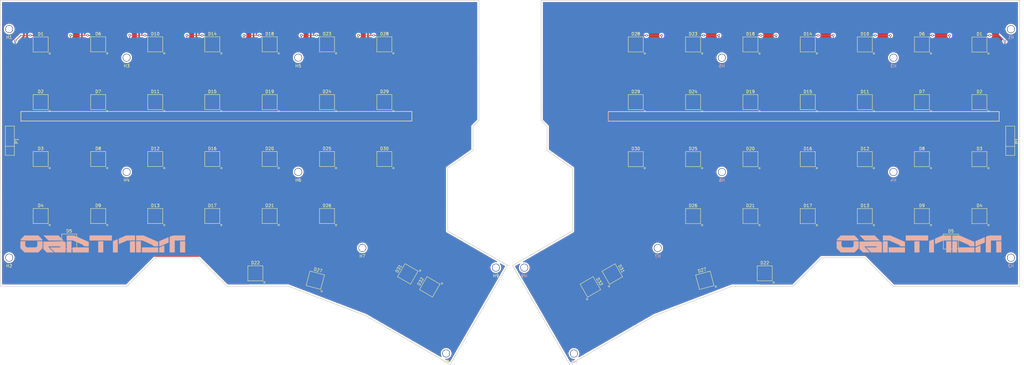
<source format=kicad_pcb>
(kicad_pcb (version 20171130) (host pcbnew "(5.0.0)")
  (layers (0 F.Cu signal) (31 B.Cu signal) (34 B.Paste user) (35 F.Paste user) (36 B.SilkS user) (37 F.SilkS user) (38 B.Mask user) (39 F.Mask user) (44 Edge.Cuts user))
  (net 0 "")
  (net 1 VCC)
  (net 2 "Net-(D1-Pad2)")
  (net 3 "Net-(D1-Pad4)")
  (net 4 GND)
  (net 5 "Net-(D2-Pad2)")
  (net 6 "Net-(D3-Pad2)")
  (net 7 "Net-(D4-Pad2)")
  (net 8 "Net-(D5-Pad2)")
  (net 9 "Net-(D6-Pad2)")
  (net 10 "Net-(D7-Pad2)")
  (net 11 "Net-(D8-Pad2)")
  (net 12 "Net-(D10-Pad4)")
  (net 13 "Net-(D10-Pad2)")
  (net 14 "Net-(D11-Pad2)")
  (net 15 "Net-(D12-Pad2)")
  (net 16 "Net-(D13-Pad2)")
  (net 17 "Net-(D14-Pad2)")
  (net 18 "Net-(D15-Pad2)")
  (net 19 "Net-(D16-Pad2)")
  (net 20 "Net-(D17-Pad2)")
  (net 21 "Net-(D18-Pad2)")
  (net 22 "Net-(D19-Pad2)")
  (net 23 "Net-(D20-Pad2)")
  (net 24 "Net-(D21-Pad2)")
  (net 25 "Net-(D22-Pad2)")
  (net 26 "Net-(D23-Pad2)")
  (net 27 "Net-(D24-Pad2)")
  (net 28 "Net-(D25-Pad2)")
  (net 29 "Net-(D26-Pad2)")
  (net 30 "Net-(D27-Pad2)")
  (net 31 "Net-(D28-Pad2)")
  (net 32 "Net-(D29-Pad2)")
  (net 33 "Net-(D30-Pad2)")
  (net 34 "Net-(D31-Pad2)")
  (net 35 "Net-(D32-Pad2)")
  (module Bottom_plate:WB2812B (layer F.Cu) (at 33.25 73)
    (fp_text reference D3 (at 0 -3.5) (layer F.SilkS))
    (fp_text value WS2812B)
    (pad 1 smd rect (at -1.95 -1.6) (size 1.8 1) (drill (offset -0.3 0)) (layers F.Cu F.Paste F.Mask) (net 1 VCC))
    (pad 2 smd rect (at -1.95 1.6) (size 1.8 1) (drill (offset -0.3 0)) (layers F.Cu F.Paste F.Mask) (net 6 "Net-(D3-Pad2)"))
    (pad 4 smd rect (at 1.95 -1.6) (size 1.8 1) (drill (offset 0.3 0)) (layers F.Cu F.Paste F.Mask) (net 5 "Net-(D2-Pad2)"))
    (pad 3 smd rect (at 1.95 1.6) (size 1.8 1) (drill (offset 0.3 0)) (layers F.Cu F.Paste F.Mask) (net 4 GND))
  )
  (module Bottom_plate:WB2812B (layer F.Cu) (at 33.25 54)
    (fp_text reference D2 (at 0 -3.5) (layer F.SilkS))
    (fp_text value WS2812B)
    (pad 3 smd rect (at 1.95 1.6) (size 1.8 1) (drill (offset 0.3 0)) (layers F.Cu F.Paste F.Mask) (net 4 GND))
    (pad 4 smd rect (at 1.95 -1.6) (size 1.8 1) (drill (offset 0.3 0)) (layers F.Cu F.Paste F.Mask) (net 2 "Net-(D1-Pad2)"))
    (pad 2 smd rect (at -1.95 1.6) (size 1.8 1) (drill (offset -0.3 0)) (layers F.Cu F.Paste F.Mask) (net 5 "Net-(D2-Pad2)"))
    (pad 1 smd rect (at -1.95 -1.6) (size 1.8 1) (drill (offset -0.3 0)) (layers F.Cu F.Paste F.Mask) (net 1 VCC))
  )
  (module Bottom_plate:WB2812B (layer F.Cu) (at 52.4 73)
    (fp_text reference D8 (at 0 -3.5) (layer F.SilkS))
    (fp_text value WS2812B)
    (pad 1 smd rect (at -1.95 -1.6) (size 1.8 1) (drill (offset -0.3 0)) (layers F.Cu F.Paste F.Mask) (net 1 VCC))
    (pad 2 smd rect (at -1.95 1.6) (size 1.8 1) (drill (offset -0.3 0)) (layers F.Cu F.Paste F.Mask) (net 11 "Net-(D8-Pad2)"))
    (pad 4 smd rect (at 1.95 -1.6) (size 1.8 1) (drill (offset 0.3 0)) (layers F.Cu F.Paste F.Mask) (net 10 "Net-(D7-Pad2)"))
    (pad 3 smd rect (at 1.95 1.6) (size 1.8 1) (drill (offset 0.3 0)) (layers F.Cu F.Paste F.Mask) (net 4 GND))
  )
  (module Bottom_plate:WB2812B (layer F.Cu) (at 33.25 34.8)
    (fp_text reference D1 (at 0 -3.5) (layer F.SilkS))
    (fp_text value WS2812B)
    (pad 1 smd rect (at -1.95 -1.6) (size 1.8 1) (drill (offset -0.3 0)) (layers F.Cu F.Paste F.Mask) (net 1 VCC))
    (pad 2 smd rect (at -1.95 1.6) (size 1.8 1) (drill (offset -0.3 0)) (layers F.Cu F.Paste F.Mask) (net 2 "Net-(D1-Pad2)"))
    (pad 4 smd rect (at 1.95 -1.6) (size 1.8 1) (drill (offset 0.3 0)) (layers F.Cu F.Paste F.Mask) (net 3 "Net-(D1-Pad4)"))
    (pad 3 smd rect (at 1.95 1.6) (size 1.8 1) (drill (offset 0.3 0)) (layers F.Cu F.Paste F.Mask) (net 4 GND))
  )
  (module Bottom_plate:WB2812B (layer F.Cu) (at 52.4 54)
    (fp_text reference D7 (at 0 -3.5) (layer F.SilkS))
    (fp_text value WS2812B)
    (pad 1 smd rect (at -1.95 -1.6) (size 1.8 1) (drill (offset -0.3 0)) (layers F.Cu F.Paste F.Mask) (net 1 VCC))
    (pad 2 smd rect (at -1.95 1.6) (size 1.8 1) (drill (offset -0.3 0)) (layers F.Cu F.Paste F.Mask) (net 10 "Net-(D7-Pad2)"))
    (pad 4 smd rect (at 1.95 -1.6) (size 1.8 1) (drill (offset 0.3 0)) (layers F.Cu F.Paste F.Mask) (net 9 "Net-(D6-Pad2)"))
    (pad 3 smd rect (at 1.95 1.6) (size 1.8 1) (drill (offset 0.3 0)) (layers F.Cu F.Paste F.Mask) (net 4 GND))
  )
  (module Bottom_plate:WB2812B (layer F.Cu) (at 33.25 92)
    (fp_text reference D4 (at 0 -3.5) (layer F.SilkS))
    (fp_text value WS2812B)
    (pad 3 smd rect (at 1.95 1.6) (size 1.8 1) (drill (offset 0.3 0)) (layers F.Cu F.Paste F.Mask) (net 4 GND))
    (pad 4 smd rect (at 1.95 -1.6) (size 1.8 1) (drill (offset 0.3 0)) (layers F.Cu F.Paste F.Mask) (net 6 "Net-(D3-Pad2)"))
    (pad 2 smd rect (at -1.95 1.6) (size 1.8 1) (drill (offset -0.3 0)) (layers F.Cu F.Paste F.Mask) (net 7 "Net-(D4-Pad2)"))
    (pad 1 smd rect (at -1.95 -1.6) (size 1.8 1) (drill (offset -0.3 0)) (layers F.Cu F.Paste F.Mask) (net 1 VCC))
  )
  (module Bottom_plate:WB2812B (layer F.Cu) (at 52.4 34.75)
    (fp_text reference D6 (at 0 -3.5) (layer F.SilkS))
    (fp_text value WS2812B)
    (pad 3 smd rect (at 1.95 1.6) (size 1.8 1) (drill (offset 0.3 0)) (layers F.Cu F.Paste F.Mask) (net 4 GND))
    (pad 4 smd rect (at 1.95 -1.6) (size 1.8 1) (drill (offset 0.3 0)) (layers F.Cu F.Paste F.Mask) (net 8 "Net-(D5-Pad2)"))
    (pad 2 smd rect (at -1.95 1.6) (size 1.8 1) (drill (offset -0.3 0)) (layers F.Cu F.Paste F.Mask) (net 9 "Net-(D6-Pad2)"))
    (pad 1 smd rect (at -1.95 -1.6) (size 1.8 1) (drill (offset -0.3 0)) (layers F.Cu F.Paste F.Mask) (net 1 VCC))
  )
  (module Bottom_plate:WB2812B (layer F.Cu) (at 52.4 92)
    (fp_text reference D9 (at 0 -3.5) (layer F.SilkS))
    (fp_text value WS2812B)
    (pad 1 smd rect (at -1.95 -1.6) (size 1.8 1) (drill (offset -0.3 0)) (layers F.Cu F.Paste F.Mask) (net 1 VCC))
    (pad 2 smd rect (at -1.95 1.6) (size 1.8 1) (drill (offset -0.3 0)) (layers F.Cu F.Paste F.Mask) (net 12 "Net-(D10-Pad4)"))
    (pad 4 smd rect (at 1.95 -1.6) (size 1.8 1) (drill (offset 0.3 0)) (layers F.Cu F.Paste F.Mask) (net 11 "Net-(D8-Pad2)"))
    (pad 3 smd rect (at 1.95 1.6) (size 1.8 1) (drill (offset 0.3 0)) (layers F.Cu F.Paste F.Mask) (net 4 GND))
  )
  (module Bottom_plate:WB2812B (layer F.Cu) (at 147.7 34.75)
    (fp_text reference D28 (at 0 -3.5) (layer F.SilkS))
    (fp_text value WS2812B)
    (pad 1 smd rect (at -1.95 -1.6) (size 1.8 1) (drill (offset -0.3 0)) (layers F.Cu F.Paste F.Mask) (net 1 VCC))
    (pad 2 smd rect (at -1.95 1.6) (size 1.8 1) (drill (offset -0.3 0)) (layers F.Cu F.Paste F.Mask) (net 31 "Net-(D28-Pad2)"))
    (pad 4 smd rect (at 1.95 -1.6) (size 1.8 1) (drill (offset 0.3 0)) (layers F.Cu F.Paste F.Mask) (net 30 "Net-(D27-Pad2)"))
    (pad 3 smd rect (at 1.95 1.6) (size 1.8 1) (drill (offset 0.3 0)) (layers F.Cu F.Paste F.Mask) (net 4 GND))
  )
  (module Bottom_plate:WB2812B (layer F.Cu) (at 90.4 73)
    (fp_text reference D16 (at 0 -3.5) (layer F.SilkS))
    (fp_text value WS2812B)
    (pad 1 smd rect (at -1.95 -1.6) (size 1.8 1) (drill (offset -0.3 0)) (layers F.Cu F.Paste F.Mask) (net 1 VCC))
    (pad 2 smd rect (at -1.95 1.6) (size 1.8 1) (drill (offset -0.3 0)) (layers F.Cu F.Paste F.Mask) (net 19 "Net-(D16-Pad2)"))
    (pad 4 smd rect (at 1.95 -1.6) (size 1.8 1) (drill (offset 0.3 0)) (layers F.Cu F.Paste F.Mask) (net 18 "Net-(D15-Pad2)"))
    (pad 3 smd rect (at 1.95 1.6) (size 1.8 1) (drill (offset 0.3 0)) (layers F.Cu F.Paste F.Mask) (net 4 GND))
  )
  (module Bottom_plate:WB2812B (layer F.Cu) (at 90.4 92)
    (fp_text reference D17 (at 0 -3.5) (layer F.SilkS))
    (fp_text value WS2812B)
    (pad 3 smd rect (at 1.95 1.6) (size 1.8 1) (drill (offset 0.3 0)) (layers F.Cu F.Paste F.Mask) (net 4 GND))
    (pad 4 smd rect (at 1.95 -1.6) (size 1.8 1) (drill (offset 0.3 0)) (layers F.Cu F.Paste F.Mask) (net 19 "Net-(D16-Pad2)"))
    (pad 2 smd rect (at -1.95 1.6) (size 1.8 1) (drill (offset -0.3 0)) (layers F.Cu F.Paste F.Mask) (net 20 "Net-(D17-Pad2)"))
    (pad 1 smd rect (at -1.95 -1.6) (size 1.8 1) (drill (offset -0.3 0)) (layers F.Cu F.Paste F.Mask) (net 1 VCC))
  )
  (module Bottom_plate:WB2812B (layer F.Cu) (at 71.4 54)
    (fp_text reference D11 (at 0 -3.5) (layer F.SilkS))
    (fp_text value WS2812B)
    (pad 3 smd rect (at 1.95 1.6) (size 1.8 1) (drill (offset 0.3 0)) (layers F.Cu F.Paste F.Mask) (net 4 GND))
    (pad 4 smd rect (at 1.95 -1.6) (size 1.8 1) (drill (offset 0.3 0)) (layers F.Cu F.Paste F.Mask) (net 13 "Net-(D10-Pad2)"))
    (pad 2 smd rect (at -1.95 1.6) (size 1.8 1) (drill (offset -0.3 0)) (layers F.Cu F.Paste F.Mask) (net 14 "Net-(D11-Pad2)"))
    (pad 1 smd rect (at -1.95 -1.6) (size 1.8 1) (drill (offset -0.3 0)) (layers F.Cu F.Paste F.Mask) (net 1 VCC))
  )
  (module Bottom_plate:WB2812B (layer F.Cu) (at 109.5 73)
    (fp_text reference D20 (at 0 -3.5) (layer F.SilkS))
    (fp_text value WS2812B)
    (pad 1 smd rect (at -1.95 -1.6) (size 1.8 1) (drill (offset -0.3 0)) (layers F.Cu F.Paste F.Mask) (net 1 VCC))
    (pad 2 smd rect (at -1.95 1.6) (size 1.8 1) (drill (offset -0.3 0)) (layers F.Cu F.Paste F.Mask) (net 23 "Net-(D20-Pad2)"))
    (pad 4 smd rect (at 1.95 -1.6) (size 1.8 1) (drill (offset 0.3 0)) (layers F.Cu F.Paste F.Mask) (net 22 "Net-(D19-Pad2)"))
    (pad 3 smd rect (at 1.95 1.6) (size 1.8 1) (drill (offset 0.3 0)) (layers F.Cu F.Paste F.Mask) (net 4 GND))
  )
  (module Bottom_plate:WB2812B (layer F.Cu) (at 71.4 73)
    (fp_text reference D12 (at 0 -3.5) (layer F.SilkS))
    (fp_text value WS2812B)
    (pad 1 smd rect (at -1.95 -1.6) (size 1.8 1) (drill (offset -0.3 0)) (layers F.Cu F.Paste F.Mask) (net 1 VCC))
    (pad 2 smd rect (at -1.95 1.6) (size 1.8 1) (drill (offset -0.3 0)) (layers F.Cu F.Paste F.Mask) (net 15 "Net-(D12-Pad2)"))
    (pad 4 smd rect (at 1.95 -1.6) (size 1.8 1) (drill (offset 0.3 0)) (layers F.Cu F.Paste F.Mask) (net 14 "Net-(D11-Pad2)"))
    (pad 3 smd rect (at 1.95 1.6) (size 1.8 1) (drill (offset 0.3 0)) (layers F.Cu F.Paste F.Mask) (net 4 GND))
  )
  (module Bottom_plate:WB2812B (layer F.Cu) (at 128.6 54)
    (fp_text reference D24 (at 0 -3.5) (layer F.SilkS))
    (fp_text value WS2812B)
    (pad 1 smd rect (at -1.95 -1.6) (size 1.8 1) (drill (offset -0.3 0)) (layers F.Cu F.Paste F.Mask) (net 1 VCC))
    (pad 2 smd rect (at -1.95 1.6) (size 1.8 1) (drill (offset -0.3 0)) (layers F.Cu F.Paste F.Mask) (net 27 "Net-(D24-Pad2)"))
    (pad 4 smd rect (at 1.95 -1.6) (size 1.8 1) (drill (offset 0.3 0)) (layers F.Cu F.Paste F.Mask) (net 26 "Net-(D23-Pad2)"))
    (pad 3 smd rect (at 1.95 1.6) (size 1.8 1) (drill (offset 0.3 0)) (layers F.Cu F.Paste F.Mask) (net 4 GND))
  )
  (module Bottom_plate:WB2812B (layer F.Cu) (at 128.6 92)
    (fp_text reference D26 (at 0 -3.5) (layer F.SilkS))
    (fp_text value WS2812B)
    (pad 1 smd rect (at -1.95 -1.6) (size 1.8 1) (drill (offset -0.3 0)) (layers F.Cu F.Paste F.Mask) (net 1 VCC))
    (pad 2 smd rect (at -1.95 1.6) (size 1.8 1) (drill (offset -0.3 0)) (layers F.Cu F.Paste F.Mask) (net 29 "Net-(D26-Pad2)"))
    (pad 4 smd rect (at 1.95 -1.6) (size 1.8 1) (drill (offset 0.3 0)) (layers F.Cu F.Paste F.Mask) (net 28 "Net-(D25-Pad2)"))
    (pad 3 smd rect (at 1.95 1.6) (size 1.8 1) (drill (offset 0.3 0)) (layers F.Cu F.Paste F.Mask) (net 4 GND))
  )
  (module Bottom_plate:WB2812B (layer F.Cu) (at 124.7 113.4 345)
    (fp_text reference D27 (at 0 -3.5 345) (layer F.SilkS))
    (fp_text value WS2812B)
    (pad 3 smd rect (at 1.95 1.6 345) (size 1.8 1) (drill (offset 0.3 0)) (layers F.Cu F.Paste F.Mask) (net 4 GND))
    (pad 4 smd rect (at 1.95 -1.6 345) (size 1.8 1) (drill (offset 0.3 0)) (layers F.Cu F.Paste F.Mask) (net 29 "Net-(D26-Pad2)"))
    (pad 2 smd rect (at -1.95 1.6 345) (size 1.8 1) (drill (offset -0.3 0)) (layers F.Cu F.Paste F.Mask) (net 30 "Net-(D27-Pad2)"))
    (pad 1 smd rect (at -1.95 -1.6 345) (size 1.8 1) (drill (offset -0.3 0)) (layers F.Cu F.Paste F.Mask) (net 1 VCC))
  )
  (module Bottom_plate:WB2812B (layer F.Cu) (at 109.5 54)
    (fp_text reference D19 (at 0 -3.5) (layer F.SilkS))
    (fp_text value WS2812B)
    (pad 3 smd rect (at 1.95 1.6) (size 1.8 1) (drill (offset 0.3 0)) (layers F.Cu F.Paste F.Mask) (net 4 GND))
    (pad 4 smd rect (at 1.95 -1.6) (size 1.8 1) (drill (offset 0.3 0)) (layers F.Cu F.Paste F.Mask) (net 21 "Net-(D18-Pad2)"))
    (pad 2 smd rect (at -1.95 1.6) (size 1.8 1) (drill (offset -0.3 0)) (layers F.Cu F.Paste F.Mask) (net 22 "Net-(D19-Pad2)"))
    (pad 1 smd rect (at -1.95 -1.6) (size 1.8 1) (drill (offset -0.3 0)) (layers F.Cu F.Paste F.Mask) (net 1 VCC))
  )
  (module Bottom_plate:WB2812B (layer F.Cu) (at 109.5 34.75)
    (fp_text reference D18 (at 0 -3.5) (layer F.SilkS))
    (fp_text value WS2812B)
    (pad 3 smd rect (at 1.95 1.6) (size 1.8 1) (drill (offset 0.3 0)) (layers F.Cu F.Paste F.Mask) (net 4 GND))
    (pad 4 smd rect (at 1.95 -1.6) (size 1.8 1) (drill (offset 0.3 0)) (layers F.Cu F.Paste F.Mask) (net 20 "Net-(D17-Pad2)"))
    (pad 2 smd rect (at -1.95 1.6) (size 1.8 1) (drill (offset -0.3 0)) (layers F.Cu F.Paste F.Mask) (net 21 "Net-(D18-Pad2)"))
    (pad 1 smd rect (at -1.95 -1.6) (size 1.8 1) (drill (offset -0.3 0)) (layers F.Cu F.Paste F.Mask) (net 1 VCC))
  )
  (module Bottom_plate:WB2812B (layer F.Cu) (at 128.6 73)
    (fp_text reference D25 (at 0 -3.5) (layer F.SilkS))
    (fp_text value WS2812B)
    (pad 3 smd rect (at 1.95 1.6) (size 1.8 1) (drill (offset 0.3 0)) (layers F.Cu F.Paste F.Mask) (net 4 GND))
    (pad 4 smd rect (at 1.95 -1.6) (size 1.8 1) (drill (offset 0.3 0)) (layers F.Cu F.Paste F.Mask) (net 27 "Net-(D24-Pad2)"))
    (pad 2 smd rect (at -1.95 1.6) (size 1.8 1) (drill (offset -0.3 0)) (layers F.Cu F.Paste F.Mask) (net 28 "Net-(D25-Pad2)"))
    (pad 1 smd rect (at -1.95 -1.6) (size 1.8 1) (drill (offset -0.3 0)) (layers F.Cu F.Paste F.Mask) (net 1 VCC))
  )
  (module Bottom_plate:WB2812B (layer F.Cu) (at 42.75 100.5)
    (fp_text reference D5 (at 0 -3.5) (layer F.SilkS))
    (fp_text value WS2812B)
    (pad 3 smd rect (at 1.95 1.6) (size 1.8 1) (drill (offset 0.3 0)) (layers F.Cu F.Paste F.Mask) (net 4 GND))
    (pad 4 smd rect (at 1.95 -1.6) (size 1.8 1) (drill (offset 0.3 0)) (layers F.Cu F.Paste F.Mask) (net 7 "Net-(D4-Pad2)"))
    (pad 2 smd rect (at -1.95 1.6) (size 1.8 1) (drill (offset -0.3 0)) (layers F.Cu F.Paste F.Mask) (net 8 "Net-(D5-Pad2)"))
    (pad 1 smd rect (at -1.95 -1.6) (size 1.8 1) (drill (offset -0.3 0)) (layers F.Cu F.Paste F.Mask) (net 1 VCC))
  )
  (module Bottom_plate:WB2812B (layer F.Cu) (at 90.4 34.75)
    (fp_text reference D14 (at 0 -3.5) (layer F.SilkS))
    (fp_text value WS2812B)
    (pad 1 smd rect (at -1.95 -1.6) (size 1.8 1) (drill (offset -0.3 0)) (layers F.Cu F.Paste F.Mask) (net 1 VCC))
    (pad 2 smd rect (at -1.95 1.6) (size 1.8 1) (drill (offset -0.3 0)) (layers F.Cu F.Paste F.Mask) (net 17 "Net-(D14-Pad2)"))
    (pad 4 smd rect (at 1.95 -1.6) (size 1.8 1) (drill (offset 0.3 0)) (layers F.Cu F.Paste F.Mask) (net 16 "Net-(D13-Pad2)"))
    (pad 3 smd rect (at 1.95 1.6) (size 1.8 1) (drill (offset 0.3 0)) (layers F.Cu F.Paste F.Mask) (net 4 GND))
  )
  (module Bottom_plate:WB2812B (layer F.Cu) (at 128.6 34.75)
    (fp_text reference D23 (at 0 -3.5) (layer F.SilkS))
    (fp_text value WS2812B)
    (pad 3 smd rect (at 1.95 1.6) (size 1.8 1) (drill (offset 0.3 0)) (layers F.Cu F.Paste F.Mask) (net 4 GND))
    (pad 4 smd rect (at 1.95 -1.6) (size 1.8 1) (drill (offset 0.3 0)) (layers F.Cu F.Paste F.Mask) (net 25 "Net-(D22-Pad2)"))
    (pad 2 smd rect (at -1.95 1.6) (size 1.8 1) (drill (offset -0.3 0)) (layers F.Cu F.Paste F.Mask) (net 26 "Net-(D23-Pad2)"))
    (pad 1 smd rect (at -1.95 -1.6) (size 1.8 1) (drill (offset -0.3 0)) (layers F.Cu F.Paste F.Mask) (net 1 VCC))
  )
  (module Bottom_plate:WB2812B (layer F.Cu) (at 109.5 92)
    (fp_text reference D21 (at 0 -3.5) (layer F.SilkS))
    (fp_text value WS2812B)
    (pad 3 smd rect (at 1.95 1.6) (size 1.8 1) (drill (offset 0.3 0)) (layers F.Cu F.Paste F.Mask) (net 4 GND))
    (pad 4 smd rect (at 1.95 -1.6) (size 1.8 1) (drill (offset 0.3 0)) (layers F.Cu F.Paste F.Mask) (net 23 "Net-(D20-Pad2)"))
    (pad 2 smd rect (at -1.95 1.6) (size 1.8 1) (drill (offset -0.3 0)) (layers F.Cu F.Paste F.Mask) (net 24 "Net-(D21-Pad2)"))
    (pad 1 smd rect (at -1.95 -1.6) (size 1.8 1) (drill (offset -0.3 0)) (layers F.Cu F.Paste F.Mask) (net 1 VCC))
  )
  (module Bottom_plate:WB2812B (layer F.Cu) (at 90.4 54)
    (fp_text reference D15 (at 0 -3.5) (layer F.SilkS))
    (fp_text value WS2812B)
    (pad 3 smd rect (at 1.95 1.6) (size 1.8 1) (drill (offset 0.3 0)) (layers F.Cu F.Paste F.Mask) (net 4 GND))
    (pad 4 smd rect (at 1.95 -1.6) (size 1.8 1) (drill (offset 0.3 0)) (layers F.Cu F.Paste F.Mask) (net 17 "Net-(D14-Pad2)"))
    (pad 2 smd rect (at -1.95 1.6) (size 1.8 1) (drill (offset -0.3 0)) (layers F.Cu F.Paste F.Mask) (net 18 "Net-(D15-Pad2)"))
    (pad 1 smd rect (at -1.95 -1.6) (size 1.8 1) (drill (offset -0.3 0)) (layers F.Cu F.Paste F.Mask) (net 1 VCC))
  )
  (module Bottom_plate:WB2812B (layer F.Cu) (at 104.75 111.1)
    (fp_text reference D22 (at 0 -3.5) (layer F.SilkS))
    (fp_text value WS2812B)
    (pad 1 smd rect (at -1.95 -1.6) (size 1.8 1) (drill (offset -0.3 0)) (layers F.Cu F.Paste F.Mask) (net 1 VCC))
    (pad 2 smd rect (at -1.95 1.6) (size 1.8 1) (drill (offset -0.3 0)) (layers F.Cu F.Paste F.Mask) (net 25 "Net-(D22-Pad2)"))
    (pad 4 smd rect (at 1.95 -1.6) (size 1.8 1) (drill (offset 0.3 0)) (layers F.Cu F.Paste F.Mask) (net 24 "Net-(D21-Pad2)"))
    (pad 3 smd rect (at 1.95 1.6) (size 1.8 1) (drill (offset 0.3 0)) (layers F.Cu F.Paste F.Mask) (net 4 GND))
  )
  (module Bottom_plate:WB2812B (layer F.Cu) (at 71.4 34.75)
    (fp_text reference D10 (at 0 -3.5) (layer F.SilkS))
    (fp_text value WS2812B)
    (pad 1 smd rect (at -1.95 -1.6) (size 1.8 1) (drill (offset -0.3 0)) (layers F.Cu F.Paste F.Mask) (net 1 VCC))
    (pad 2 smd rect (at -1.95 1.6) (size 1.8 1) (drill (offset -0.3 0)) (layers F.Cu F.Paste F.Mask) (net 13 "Net-(D10-Pad2)"))
    (pad 4 smd rect (at 1.95 -1.6) (size 1.8 1) (drill (offset 0.3 0)) (layers F.Cu F.Paste F.Mask) (net 12 "Net-(D10-Pad4)"))
    (pad 3 smd rect (at 1.95 1.6) (size 1.8 1) (drill (offset 0.3 0)) (layers F.Cu F.Paste F.Mask) (net 4 GND))
  )
  (module Bottom_plate:WB2812B (layer F.Cu) (at 162.8 115.6 60)
    (fp_text reference D32 (at 0 -3.5 60) (layer F.SilkS))
    (fp_text value WS2812B)
    (pad 1 smd rect (at -1.950001 -1.6 60) (size 1.8 1) (drill (offset -0.3 0)) (layers F.Cu F.Paste F.Mask) (net 1 VCC))
    (pad 2 smd rect (at -1.95 1.600001 60) (size 1.8 1) (drill (offset -0.3 0)) (layers F.Cu F.Paste F.Mask) (net 35 "Net-(D32-Pad2)"))
    (pad 4 smd rect (at 1.95 -1.600001 60) (size 1.8 1) (drill (offset 0.3 0)) (layers F.Cu F.Paste F.Mask) (net 34 "Net-(D31-Pad2)"))
    (pad 3 smd rect (at 1.950001 1.6 60) (size 1.8 1) (drill (offset 0.3 0)) (layers F.Cu F.Paste F.Mask) (net 4 GND))
  )
  (module Bottom_plate:M2 (layer F.Cu) (at 22.7694 105.8672)
    (fp_text reference H2 (at 0 2.75) (layer F.SilkS))
    (fp_text value HOLE)
    (pad "" np_thru_hole circle (at 0 0) (size 2.6 2.6) (drill 2.2) (layers *.Cu *.Mask))
  )
  (module Bottom_plate:M2 (layer F.Cu) (at 119.0194 39.1872)
    (fp_text reference H5 (at 0 2.75) (layer F.SilkS))
    (fp_text value HOLE)
    (pad "" np_thru_hole circle (at 0 0) (size 2.6 2.6) (drill 2.2) (layers *.Cu *.Mask))
  )
  (module Bottom_plate:M2 (layer F.Cu) (at 61.8794 77.2872)
    (fp_text reference H4 (at 0 2.75) (layer F.SilkS))
    (fp_text value HOLE)
    (pad "" np_thru_hole circle (at 0 0) (size 2.6 2.6) (drill 2.2) (layers *.Cu *.Mask))
  )
  (module Bottom_plate:M2 (layer F.Cu) (at 140.3694 102.6272)
    (fp_text reference H7 (at 0 2.75) (layer F.SilkS))
    (fp_text value HOLE)
    (pad "" np_thru_hole circle (at 0 0) (size 2.6 2.6) (drill 2.2) (layers *.Cu *.Mask))
  )
  (module Bottom_plate:M2 (layer F.Cu) (at 168.2694 137.8172)
    (fp_text reference H8 (at 0 2.75) (layer F.SilkS))
    (fp_text value HOLE)
    (pad "" np_thru_hole circle (at 0 0) (size 2.6 2.6) (drill 2.2) (layers *.Cu *.Mask))
  )
  (module Bottom_plate:WB2812B (layer F.Cu) (at 147.7 73)
    (fp_text reference D30 (at 0 -3.5) (layer F.SilkS))
    (fp_text value WS2812B)
    (pad 1 smd rect (at -1.95 -1.6) (size 1.8 1) (drill (offset -0.3 0)) (layers F.Cu F.Paste F.Mask) (net 1 VCC))
    (pad 2 smd rect (at -1.95 1.6) (size 1.8 1) (drill (offset -0.3 0)) (layers F.Cu F.Paste F.Mask) (net 33 "Net-(D30-Pad2)"))
    (pad 4 smd rect (at 1.95 -1.6) (size 1.8 1) (drill (offset 0.3 0)) (layers F.Cu F.Paste F.Mask) (net 32 "Net-(D29-Pad2)"))
    (pad 3 smd rect (at 1.95 1.6) (size 1.8 1) (drill (offset 0.3 0)) (layers F.Cu F.Paste F.Mask) (net 4 GND))
  )
  (module Bottom_plate:WB2812B (layer F.Cu) (at 147.7 54)
    (fp_text reference D29 (at 0 -3.5) (layer F.SilkS))
    (fp_text value WS2812B)
    (pad 3 smd rect (at 1.95 1.6) (size 1.8 1) (drill (offset 0.3 0)) (layers F.Cu F.Paste F.Mask) (net 4 GND))
    (pad 4 smd rect (at 1.95 -1.6) (size 1.8 1) (drill (offset 0.3 0)) (layers F.Cu F.Paste F.Mask) (net 31 "Net-(D28-Pad2)"))
    (pad 2 smd rect (at -1.95 1.6) (size 1.8 1) (drill (offset -0.3 0)) (layers F.Cu F.Paste F.Mask) (net 32 "Net-(D29-Pad2)"))
    (pad 1 smd rect (at -1.95 -1.6) (size 1.8 1) (drill (offset -0.3 0)) (layers F.Cu F.Paste F.Mask) (net 1 VCC))
  )
  (module Bottom_plate:LED3pin (layer F.Cu) (at 23 67 270)
    (fp_text reference P1 (at 0 -2.25 270) (layer F.SilkS))
    (fp_text value 3PIN)
    (pad 3 smd rect (at 3.25 0 270) (size 2 2) (layers F.Cu F.Paste F.Mask) (net 4 GND))
    (pad 2 smd rect (at 0 0 270) (size 2 2) (layers F.Cu F.Paste F.Mask) (net 3 "Net-(D1-Pad4)"))
    (pad 1 smd rect (at -3.5 0 270) (size 2 2) (layers F.Cu F.Paste F.Mask) (net 1 VCC))
  )
  (module Bottom_plate:M2 (layer F.Cu) (at 184.8194 109.1872)
    (fp_text reference H9 (at 0 2.75) (layer F.SilkS))
    (fp_text value HOLE)
    (pad "" np_thru_hole circle (at 0 0) (size 2.6 2.6) (drill 2.2) (layers *.Cu *.Mask))
  )
  (module Bottom_plate:M2 (layer F.Cu) (at 22.7694 29.6672)
    (fp_text reference H1 (at 0 2.75) (layer F.SilkS))
    (fp_text value HOLE)
    (pad "" np_thru_hole circle (at 0 0) (size 2.6 2.6) (drill 2.2) (layers *.Cu *.Mask))
  )
  (module Bottom_plate:M2 (layer F.Cu) (at 61.8794 39.1872)
    (fp_text reference H3 (at 0 2.75) (layer F.SilkS))
    (fp_text value HOLE)
    (pad "" np_thru_hole circle (at 0 0) (size 2.6 2.6) (drill 2.2) (layers *.Cu *.Mask))
  )
  (module Bottom_plate:M2 (layer F.Cu) (at 119.0194 77.2872)
    (fp_text reference H6 (at 0 2.75) (layer F.SilkS))
    (fp_text value HOLE)
    (pad "" np_thru_hole circle (at 0 0) (size 2.6 2.6) (drill 2.2) (layers *.Cu *.Mask))
  )
  (module Bottom_plate:WB2812B (layer F.Cu) (at 155.5 111.3 60)
    (fp_text reference D31 (at 0 -3.5 60) (layer F.SilkS))
    (fp_text value WS2812B)
    (pad 3 smd rect (at 1.950001 1.6 60) (size 1.8 1) (drill (offset 0.3 0)) (layers F.Cu F.Paste F.Mask) (net 4 GND))
    (pad 4 smd rect (at 1.95 -1.600001 60) (size 1.8 1) (drill (offset 0.3 0)) (layers F.Cu F.Paste F.Mask) (net 33 "Net-(D30-Pad2)"))
    (pad 2 smd rect (at -1.95 1.600001 60) (size 1.8 1) (drill (offset -0.3 0)) (layers F.Cu F.Paste F.Mask) (net 34 "Net-(D31-Pad2)"))
    (pad 1 smd rect (at -1.950001 -1.6 60) (size 1.8 1) (drill (offset -0.3 0)) (layers F.Cu F.Paste F.Mask) (net 1 VCC))
  )
  (module library:Manta60rogo (layer B.Cu) (at 53.34 101.6 180)
    (fp_text reference G*** hide)
    (fp_text value LOGO hide)
  )
  (module Bottom_plate:WB2812B (layer F.Cu) (at 71.4 92)
    (fp_text reference D13 (at 0 -3.5) (layer F.SilkS))
    (fp_text value WS2812B)
    (pad 3 smd rect (at 1.95 1.6) (size 1.8 1) (drill (offset 0.3 0)) (layers F.Cu F.Paste F.Mask) (net 4 GND))
    (pad 4 smd rect (at 1.95 -1.6) (size 1.8 1) (drill (offset 0.3 0)) (layers F.Cu F.Paste F.Mask) (net 15 "Net-(D12-Pad2)"))
    (pad 2 smd rect (at -1.95 1.6) (size 1.8 1) (drill (offset -0.3 0)) (layers F.Cu F.Paste F.Mask) (net 16 "Net-(D13-Pad2)"))
    (pad 1 smd rect (at -1.95 -1.6) (size 1.8 1) (drill (offset -0.3 0)) (layers F.Cu F.Paste F.Mask) (net 1 VCC))
  )
  (module Bottom_plate:WB2812B (layer F.Cu) (at 254.392862 113.426246 15)
    (fp_text reference D27 (at 0 -3.5 15) (layer F.SilkS))
    (fp_text value WS2812B)
    (pad 1 smd rect (at -1.95 -1.6 15) (size 1.8 1) (drill (offset -0.3 0)) (layers F.Cu F.Paste F.Mask) (net 1 VCC))
    (pad 2 smd rect (at -1.95 1.6 15) (size 1.8 1) (drill (offset -0.3 0)) (layers F.Cu F.Paste F.Mask) (net 30 "Net-(D27-Pad2)"))
    (pad 4 smd rect (at 1.95 -1.6 15) (size 1.8 1) (drill (offset 0.3 0)) (layers F.Cu F.Paste F.Mask) (net 29 "Net-(D26-Pad2)"))
    (pad 3 smd rect (at 1.95 1.6 15) (size 1.8 1) (drill (offset 0.3 0)) (layers F.Cu F.Paste F.Mask) (net 4 GND))
  )
  (module Bottom_plate:WB2812B (layer F.Cu) (at 269.592862 34.776246)
    (fp_text reference D18 (at 0 -3.5) (layer F.SilkS))
    (fp_text value WS2812B)
    (pad 1 smd rect (at -1.95 -1.6) (size 1.8 1) (drill (offset -0.3 0)) (layers F.Cu F.Paste F.Mask) (net 1 VCC))
    (pad 2 smd rect (at -1.95 1.6) (size 1.8 1) (drill (offset -0.3 0)) (layers F.Cu F.Paste F.Mask) (net 21 "Net-(D18-Pad2)"))
    (pad 4 smd rect (at 1.95 -1.6) (size 1.8 1) (drill (offset 0.3 0)) (layers F.Cu F.Paste F.Mask) (net 20 "Net-(D17-Pad2)"))
    (pad 3 smd rect (at 1.95 1.6) (size 1.8 1) (drill (offset 0.3 0)) (layers F.Cu F.Paste F.Mask) (net 4 GND))
  )
  (module Bottom_plate:WB2812B (layer F.Cu) (at 345.842862 34.826246)
    (fp_text reference D1 (at 0 -3.5) (layer F.SilkS))
    (fp_text value WS2812B)
    (pad 3 smd rect (at 1.95 1.6) (size 1.8 1) (drill (offset 0.3 0)) (layers F.Cu F.Paste F.Mask) (net 4 GND))
    (pad 4 smd rect (at 1.95 -1.6) (size 1.8 1) (drill (offset 0.3 0)) (layers F.Cu F.Paste F.Mask) (net 3 "Net-(D1-Pad4)"))
    (pad 2 smd rect (at -1.95 1.6) (size 1.8 1) (drill (offset -0.3 0)) (layers F.Cu F.Paste F.Mask) (net 2 "Net-(D1-Pad2)"))
    (pad 1 smd rect (at -1.95 -1.6) (size 1.8 1) (drill (offset -0.3 0)) (layers F.Cu F.Paste F.Mask) (net 1 VCC))
  )
  (module Bottom_plate:WB2812B (layer F.Cu) (at 216.292862 115.626246 300)
    (fp_text reference D32 (at 0 -3.5 300) (layer F.SilkS))
    (fp_text value WS2812B)
    (pad 3 smd rect (at 1.950001 1.6 300) (size 1.8 1) (drill (offset 0.3 0)) (layers F.Cu F.Paste F.Mask) (net 4 GND))
    (pad 4 smd rect (at 1.95 -1.600001 300) (size 1.8 1) (drill (offset 0.3 0)) (layers F.Cu F.Paste F.Mask) (net 34 "Net-(D31-Pad2)"))
    (pad 2 smd rect (at -1.95 1.600001 300) (size 1.8 1) (drill (offset -0.3 0)) (layers F.Cu F.Paste F.Mask) (net 35 "Net-(D32-Pad2)"))
    (pad 1 smd rect (at -1.950001 -1.6 300) (size 1.8 1) (drill (offset -0.3 0)) (layers F.Cu F.Paste F.Mask) (net 1 VCC))
  )
  (module Bottom_plate:WB2812B (layer F.Cu) (at 288.692862 92.026246)
    (fp_text reference D17 (at 0 -3.5) (layer F.SilkS))
    (fp_text value WS2812B)
    (pad 1 smd rect (at -1.95 -1.6) (size 1.8 1) (drill (offset -0.3 0)) (layers F.Cu F.Paste F.Mask) (net 1 VCC))
    (pad 2 smd rect (at -1.95 1.6) (size 1.8 1) (drill (offset -0.3 0)) (layers F.Cu F.Paste F.Mask) (net 20 "Net-(D17-Pad2)"))
    (pad 4 smd rect (at 1.95 -1.6) (size 1.8 1) (drill (offset 0.3 0)) (layers F.Cu F.Paste F.Mask) (net 19 "Net-(D16-Pad2)"))
    (pad 3 smd rect (at 1.95 1.6) (size 1.8 1) (drill (offset 0.3 0)) (layers F.Cu F.Paste F.Mask) (net 4 GND))
  )
  (module Bottom_plate:M2 (layer B.Cu) (at 356.323462 105.893446 180)
    (fp_text reference H2 (at 0 -2.75 180) (layer B.SilkS) (effects (justify mirror)))
    (fp_text value HOLE)
    (pad "" np_thru_hole circle (at 0 0 180) (size 2.6 2.6) (drill 2.2) (layers *.Cu *.Mask))
  )
  (module Bottom_plate:WB2812B (layer F.Cu) (at 274.342862 111.126246)
    (fp_text reference D22 (at 0 -3.5) (layer F.SilkS))
    (fp_text value WS2812B)
    (pad 3 smd rect (at 1.95 1.6) (size 1.8 1) (drill (offset 0.3 0)) (layers F.Cu F.Paste F.Mask) (net 4 GND))
    (pad 4 smd rect (at 1.95 -1.6) (size 1.8 1) (drill (offset 0.3 0)) (layers F.Cu F.Paste F.Mask) (net 24 "Net-(D21-Pad2)"))
    (pad 2 smd rect (at -1.95 1.6) (size 1.8 1) (drill (offset -0.3 0)) (layers F.Cu F.Paste F.Mask) (net 25 "Net-(D22-Pad2)"))
    (pad 1 smd rect (at -1.95 -1.6) (size 1.8 1) (drill (offset -0.3 0)) (layers F.Cu F.Paste F.Mask) (net 1 VCC))
  )
  (module Bottom_plate:WB2812B (layer F.Cu) (at 250.492862 92.026246)
    (fp_text reference D26 (at 0 -3.5) (layer F.SilkS))
    (fp_text value WS2812B)
    (pad 3 smd rect (at 1.95 1.6) (size 1.8 1) (drill (offset 0.3 0)) (layers F.Cu F.Paste F.Mask) (net 4 GND))
    (pad 4 smd rect (at 1.95 -1.6) (size 1.8 1) (drill (offset 0.3 0)) (layers F.Cu F.Paste F.Mask) (net 28 "Net-(D25-Pad2)"))
    (pad 2 smd rect (at -1.95 1.6) (size 1.8 1) (drill (offset -0.3 0)) (layers F.Cu F.Paste F.Mask) (net 29 "Net-(D26-Pad2)"))
    (pad 1 smd rect (at -1.95 -1.6) (size 1.8 1) (drill (offset -0.3 0)) (layers F.Cu F.Paste F.Mask) (net 1 VCC))
  )
  (module Bottom_plate:LED3pin (layer F.Cu) (at 356.092862 67.026246 270)
    (fp_text reference P1 (at 0 -2.25 270) (layer F.SilkS))
    (fp_text value 3PIN)
    (pad 1 smd rect (at -3.5 0 270) (size 2 2) (layers F.Cu F.Paste F.Mask) (net 1 VCC))
    (pad 2 smd rect (at 0 0 270) (size 2 2) (layers F.Cu F.Paste F.Mask) (net 3 "Net-(D1-Pad4)"))
    (pad 3 smd rect (at 3.25 0 270) (size 2 2) (layers F.Cu F.Paste F.Mask) (net 4 GND))
  )
  (module Bottom_plate:WB2812B (layer F.Cu) (at 288.692862 54.026246)
    (fp_text reference D15 (at 0 -3.5) (layer F.SilkS))
    (fp_text value WS2812B)
    (pad 1 smd rect (at -1.95 -1.6) (size 1.8 1) (drill (offset -0.3 0)) (layers F.Cu F.Paste F.Mask) (net 1 VCC))
    (pad 2 smd rect (at -1.95 1.6) (size 1.8 1) (drill (offset -0.3 0)) (layers F.Cu F.Paste F.Mask) (net 18 "Net-(D15-Pad2)"))
    (pad 4 smd rect (at 1.95 -1.6) (size 1.8 1) (drill (offset 0.3 0)) (layers F.Cu F.Paste F.Mask) (net 17 "Net-(D14-Pad2)"))
    (pad 3 smd rect (at 1.95 1.6) (size 1.8 1) (drill (offset 0.3 0)) (layers F.Cu F.Paste F.Mask) (net 4 GND))
  )
  (module Bottom_plate:M2 (layer B.Cu) (at 238.723462 102.653446 180)
    (fp_text reference H7 (at 0 -2.75 180) (layer B.SilkS) (effects (justify mirror)))
    (fp_text value HOLE)
    (pad "" np_thru_hole circle (at 0 0 180) (size 2.6 2.6) (drill 2.2) (layers *.Cu *.Mask))
  )
  (module Bottom_plate:WB2812B (layer F.Cu) (at 250.492862 34.776246)
    (fp_text reference D23 (at 0 -3.5) (layer F.SilkS))
    (fp_text value WS2812B)
    (pad 1 smd rect (at -1.95 -1.6) (size 1.8 1) (drill (offset -0.3 0)) (layers F.Cu F.Paste F.Mask) (net 1 VCC))
    (pad 2 smd rect (at -1.95 1.6) (size 1.8 1) (drill (offset -0.3 0)) (layers F.Cu F.Paste F.Mask) (net 26 "Net-(D23-Pad2)"))
    (pad 4 smd rect (at 1.95 -1.6) (size 1.8 1) (drill (offset 0.3 0)) (layers F.Cu F.Paste F.Mask) (net 25 "Net-(D22-Pad2)"))
    (pad 3 smd rect (at 1.95 1.6) (size 1.8 1) (drill (offset 0.3 0)) (layers F.Cu F.Paste F.Mask) (net 4 GND))
  )
  (module Bottom_plate:M2 (layer B.Cu) (at 356.323462 29.693446 180)
    (fp_text reference H1 (at 0 -2.75 180) (layer B.SilkS) (effects (justify mirror)))
    (fp_text value HOLE)
    (pad "" np_thru_hole circle (at 0 0 180) (size 2.6 2.6) (drill 2.2) (layers *.Cu *.Mask))
  )
  (module Bottom_plate:WB2812B (layer F.Cu) (at 288.692862 73.026246)
    (fp_text reference D16 (at 0 -3.5) (layer F.SilkS))
    (fp_text value WS2812B)
    (pad 3 smd rect (at 1.95 1.6) (size 1.8 1) (drill (offset 0.3 0)) (layers F.Cu F.Paste F.Mask) (net 4 GND))
    (pad 4 smd rect (at 1.95 -1.6) (size 1.8 1) (drill (offset 0.3 0)) (layers F.Cu F.Paste F.Mask) (net 18 "Net-(D15-Pad2)"))
    (pad 2 smd rect (at -1.95 1.6) (size 1.8 1) (drill (offset -0.3 0)) (layers F.Cu F.Paste F.Mask) (net 19 "Net-(D16-Pad2)"))
    (pad 1 smd rect (at -1.95 -1.6) (size 1.8 1) (drill (offset -0.3 0)) (layers F.Cu F.Paste F.Mask) (net 1 VCC))
  )
  (module Bottom_plate:M2 (layer B.Cu) (at 317.213462 39.213446 180)
    (fp_text reference H3 (at 0 -2.75 180) (layer B.SilkS) (effects (justify mirror)))
    (fp_text value HOLE)
    (pad "" np_thru_hole circle (at 0 0 180) (size 2.6 2.6) (drill 2.2) (layers *.Cu *.Mask))
  )
  (module Bottom_plate:WB2812B (layer F.Cu) (at 269.592862 54.026246)
    (fp_text reference D19 (at 0 -3.5) (layer F.SilkS))
    (fp_text value WS2812B)
    (pad 1 smd rect (at -1.95 -1.6) (size 1.8 1) (drill (offset -0.3 0)) (layers F.Cu F.Paste F.Mask) (net 1 VCC))
    (pad 2 smd rect (at -1.95 1.6) (size 1.8 1) (drill (offset -0.3 0)) (layers F.Cu F.Paste F.Mask) (net 22 "Net-(D19-Pad2)"))
    (pad 4 smd rect (at 1.95 -1.6) (size 1.8 1) (drill (offset 0.3 0)) (layers F.Cu F.Paste F.Mask) (net 21 "Net-(D18-Pad2)"))
    (pad 3 smd rect (at 1.95 1.6) (size 1.8 1) (drill (offset 0.3 0)) (layers F.Cu F.Paste F.Mask) (net 4 GND))
  )
  (module Bottom_plate:WB2812B (layer F.Cu) (at 231.392862 54.026246)
    (fp_text reference D29 (at 0 -3.5) (layer F.SilkS))
    (fp_text value WS2812B)
    (pad 1 smd rect (at -1.95 -1.6) (size 1.8 1) (drill (offset -0.3 0)) (layers F.Cu F.Paste F.Mask) (net 1 VCC))
    (pad 2 smd rect (at -1.95 1.6) (size 1.8 1) (drill (offset -0.3 0)) (layers F.Cu F.Paste F.Mask) (net 32 "Net-(D29-Pad2)"))
    (pad 4 smd rect (at 1.95 -1.6) (size 1.8 1) (drill (offset 0.3 0)) (layers F.Cu F.Paste F.Mask) (net 31 "Net-(D28-Pad2)"))
    (pad 3 smd rect (at 1.95 1.6) (size 1.8 1) (drill (offset 0.3 0)) (layers F.Cu F.Paste F.Mask) (net 4 GND))
  )
  (module Bottom_plate:WB2812B (layer F.Cu) (at 269.592862 92.026246)
    (fp_text reference D21 (at 0 -3.5) (layer F.SilkS))
    (fp_text value WS2812B)
    (pad 1 smd rect (at -1.95 -1.6) (size 1.8 1) (drill (offset -0.3 0)) (layers F.Cu F.Paste F.Mask) (net 1 VCC))
    (pad 2 smd rect (at -1.95 1.6) (size 1.8 1) (drill (offset -0.3 0)) (layers F.Cu F.Paste F.Mask) (net 24 "Net-(D21-Pad2)"))
    (pad 4 smd rect (at 1.95 -1.6) (size 1.8 1) (drill (offset 0.3 0)) (layers F.Cu F.Paste F.Mask) (net 23 "Net-(D20-Pad2)"))
    (pad 3 smd rect (at 1.95 1.6) (size 1.8 1) (drill (offset 0.3 0)) (layers F.Cu F.Paste F.Mask) (net 4 GND))
  )
  (module Bottom_plate:WB2812B (layer F.Cu) (at 250.492862 73.026246)
    (fp_text reference D25 (at 0 -3.5) (layer F.SilkS))
    (fp_text value WS2812B)
    (pad 1 smd rect (at -1.95 -1.6) (size 1.8 1) (drill (offset -0.3 0)) (layers F.Cu F.Paste F.Mask) (net 1 VCC))
    (pad 2 smd rect (at -1.95 1.6) (size 1.8 1) (drill (offset -0.3 0)) (layers F.Cu F.Paste F.Mask) (net 28 "Net-(D25-Pad2)"))
    (pad 4 smd rect (at 1.95 -1.6) (size 1.8 1) (drill (offset 0.3 0)) (layers F.Cu F.Paste F.Mask) (net 27 "Net-(D24-Pad2)"))
    (pad 3 smd rect (at 1.95 1.6) (size 1.8 1) (drill (offset 0.3 0)) (layers F.Cu F.Paste F.Mask) (net 4 GND))
  )
  (module Bottom_plate:M2 (layer B.Cu) (at 194.273462 109.213446 180)
    (fp_text reference H9 (at 0 -2.75 180) (layer B.SilkS) (effects (justify mirror)))
    (fp_text value HOLE)
    (pad "" np_thru_hole circle (at 0 0 180) (size 2.6 2.6) (drill 2.2) (layers *.Cu *.Mask))
  )
  (module Bottom_plate:WB2812B (layer F.Cu) (at 269.592862 73.026246)
    (fp_text reference D20 (at 0 -3.5) (layer F.SilkS))
    (fp_text value WS2812B)
    (pad 3 smd rect (at 1.95 1.6) (size 1.8 1) (drill (offset 0.3 0)) (layers F.Cu F.Paste F.Mask) (net 4 GND))
    (pad 4 smd rect (at 1.95 -1.6) (size 1.8 1) (drill (offset 0.3 0)) (layers F.Cu F.Paste F.Mask) (net 22 "Net-(D19-Pad2)"))
    (pad 2 smd rect (at -1.95 1.6) (size 1.8 1) (drill (offset -0.3 0)) (layers F.Cu F.Paste F.Mask) (net 23 "Net-(D20-Pad2)"))
    (pad 1 smd rect (at -1.95 -1.6) (size 1.8 1) (drill (offset -0.3 0)) (layers F.Cu F.Paste F.Mask) (net 1 VCC))
  )
  (module Bottom_plate:M2 (layer B.Cu) (at 317.213462 77.313446 180)
    (fp_text reference H4 (at 0 -2.75 180) (layer B.SilkS) (effects (justify mirror)))
    (fp_text value HOLE)
    (pad "" np_thru_hole circle (at 0 0 180) (size 2.6 2.6) (drill 2.2) (layers *.Cu *.Mask))
  )
  (module Bottom_plate:M2 (layer B.Cu) (at 260.073462 39.213446 180)
    (fp_text reference H5 (at 0 -2.75 180) (layer B.SilkS) (effects (justify mirror)))
    (fp_text value HOLE)
    (pad "" np_thru_hole circle (at 0 0 180) (size 2.6 2.6) (drill 2.2) (layers *.Cu *.Mask))
  )
  (module Bottom_plate:WB2812B (layer F.Cu) (at 231.392862 73.026246)
    (fp_text reference D30 (at 0 -3.5) (layer F.SilkS))
    (fp_text value WS2812B)
    (pad 3 smd rect (at 1.95 1.6) (size 1.8 1) (drill (offset 0.3 0)) (layers F.Cu F.Paste F.Mask) (net 4 GND))
    (pad 4 smd rect (at 1.95 -1.6) (size 1.8 1) (drill (offset 0.3 0)) (layers F.Cu F.Paste F.Mask) (net 32 "Net-(D29-Pad2)"))
    (pad 2 smd rect (at -1.95 1.6) (size 1.8 1) (drill (offset -0.3 0)) (layers F.Cu F.Paste F.Mask) (net 33 "Net-(D30-Pad2)"))
    (pad 1 smd rect (at -1.95 -1.6) (size 1.8 1) (drill (offset -0.3 0)) (layers F.Cu F.Paste F.Mask) (net 1 VCC))
  )
  (module Bottom_plate:M2 (layer B.Cu) (at 210.823462 137.843446 180)
    (fp_text reference H8 (at 0 -2.75 180) (layer B.SilkS) (effects (justify mirror)))
    (fp_text value HOLE)
    (pad "" np_thru_hole circle (at 0 0 180) (size 2.6 2.6) (drill 2.2) (layers *.Cu *.Mask))
  )
  (module library:Manta60rogo (layer B.Cu) (at 325.12 101.6 180)
    (fp_text reference G*** hide)
    (fp_text value LOGO hide)
  )
  (module Bottom_plate:WB2812B (layer F.Cu) (at 326.692862 92.026246)
    (fp_text reference D9 (at 0 -3.5) (layer F.SilkS))
    (fp_text value WS2812B)
    (pad 3 smd rect (at 1.95 1.6) (size 1.8 1) (drill (offset 0.3 0)) (layers F.Cu F.Paste F.Mask) (net 4 GND))
    (pad 4 smd rect (at 1.95 -1.6) (size 1.8 1) (drill (offset 0.3 0)) (layers F.Cu F.Paste F.Mask) (net 11 "Net-(D8-Pad2)"))
    (pad 2 smd rect (at -1.95 1.6) (size 1.8 1) (drill (offset -0.3 0)) (layers F.Cu F.Paste F.Mask) (net 12 "Net-(D10-Pad4)"))
    (pad 1 smd rect (at -1.95 -1.6) (size 1.8 1) (drill (offset -0.3 0)) (layers F.Cu F.Paste F.Mask) (net 1 VCC))
  )
  (module Bottom_plate:WB2812B (layer F.Cu) (at 326.692862 54.026246)
    (fp_text reference D7 (at 0 -3.5) (layer F.SilkS))
    (fp_text value WS2812B)
    (pad 3 smd rect (at 1.95 1.6) (size 1.8 1) (drill (offset 0.3 0)) (layers F.Cu F.Paste F.Mask) (net 4 GND))
    (pad 4 smd rect (at 1.95 -1.6) (size 1.8 1) (drill (offset 0.3 0)) (layers F.Cu F.Paste F.Mask) (net 9 "Net-(D6-Pad2)"))
    (pad 2 smd rect (at -1.95 1.6) (size 1.8 1) (drill (offset -0.3 0)) (layers F.Cu F.Paste F.Mask) (net 10 "Net-(D7-Pad2)"))
    (pad 1 smd rect (at -1.95 -1.6) (size 1.8 1) (drill (offset -0.3 0)) (layers F.Cu F.Paste F.Mask) (net 1 VCC))
  )
  (module Bottom_plate:WB2812B (layer F.Cu) (at 307.692862 54.026246)
    (fp_text reference D11 (at 0 -3.5) (layer F.SilkS))
    (fp_text value WS2812B)
    (pad 1 smd rect (at -1.95 -1.6) (size 1.8 1) (drill (offset -0.3 0)) (layers F.Cu F.Paste F.Mask) (net 1 VCC))
    (pad 2 smd rect (at -1.95 1.6) (size 1.8 1) (drill (offset -0.3 0)) (layers F.Cu F.Paste F.Mask) (net 14 "Net-(D11-Pad2)"))
    (pad 4 smd rect (at 1.95 -1.6) (size 1.8 1) (drill (offset 0.3 0)) (layers F.Cu F.Paste F.Mask) (net 13 "Net-(D10-Pad2)"))
    (pad 3 smd rect (at 1.95 1.6) (size 1.8 1) (drill (offset 0.3 0)) (layers F.Cu F.Paste F.Mask) (net 4 GND))
  )
  (module Bottom_plate:WB2812B (layer F.Cu) (at 326.692862 73.026246)
    (fp_text reference D8 (at 0 -3.5) (layer F.SilkS))
    (fp_text value WS2812B)
    (pad 3 smd rect (at 1.95 1.6) (size 1.8 1) (drill (offset 0.3 0)) (layers F.Cu F.Paste F.Mask) (net 4 GND))
    (pad 4 smd rect (at 1.95 -1.6) (size 1.8 1) (drill (offset 0.3 0)) (layers F.Cu F.Paste F.Mask) (net 10 "Net-(D7-Pad2)"))
    (pad 2 smd rect (at -1.95 1.6) (size 1.8 1) (drill (offset -0.3 0)) (layers F.Cu F.Paste F.Mask) (net 11 "Net-(D8-Pad2)"))
    (pad 1 smd rect (at -1.95 -1.6) (size 1.8 1) (drill (offset -0.3 0)) (layers F.Cu F.Paste F.Mask) (net 1 VCC))
  )
  (module Bottom_plate:WB2812B (layer F.Cu) (at 307.692862 92.026246)
    (fp_text reference D13 (at 0 -3.5) (layer F.SilkS))
    (fp_text value WS2812B)
    (pad 1 smd rect (at -1.95 -1.6) (size 1.8 1) (drill (offset -0.3 0)) (layers F.Cu F.Paste F.Mask) (net 1 VCC))
    (pad 2 smd rect (at -1.95 1.6) (size 1.8 1) (drill (offset -0.3 0)) (layers F.Cu F.Paste F.Mask) (net 16 "Net-(D13-Pad2)"))
    (pad 4 smd rect (at 1.95 -1.6) (size 1.8 1) (drill (offset 0.3 0)) (layers F.Cu F.Paste F.Mask) (net 15 "Net-(D12-Pad2)"))
    (pad 3 smd rect (at 1.95 1.6) (size 1.8 1) (drill (offset 0.3 0)) (layers F.Cu F.Paste F.Mask) (net 4 GND))
  )
  (module Bottom_plate:WB2812B (layer F.Cu) (at 223.592862 111.326246 300)
    (fp_text reference D31 (at 0 -3.5 300) (layer F.SilkS))
    (fp_text value WS2812B)
    (pad 1 smd rect (at -1.950001 -1.6 300) (size 1.8 1) (drill (offset -0.3 0)) (layers F.Cu F.Paste F.Mask) (net 1 VCC))
    (pad 2 smd rect (at -1.95 1.600001 300) (size 1.8 1) (drill (offset -0.3 0)) (layers F.Cu F.Paste F.Mask) (net 34 "Net-(D31-Pad2)"))
    (pad 4 smd rect (at 1.95 -1.600001 300) (size 1.8 1) (drill (offset 0.3 0)) (layers F.Cu F.Paste F.Mask) (net 33 "Net-(D30-Pad2)"))
    (pad 3 smd rect (at 1.950001 1.6 300) (size 1.8 1) (drill (offset 0.3 0)) (layers F.Cu F.Paste F.Mask) (net 4 GND))
  )
  (module Bottom_plate:WB2812B (layer F.Cu) (at 336.342862 100.526246)
    (fp_text reference D5 (at 0 -3.5) (layer F.SilkS))
    (fp_text value WS2812B)
    (pad 1 smd rect (at -1.95 -1.6) (size 1.8 1) (drill (offset -0.3 0)) (layers F.Cu F.Paste F.Mask) (net 1 VCC))
    (pad 2 smd rect (at -1.95 1.6) (size 1.8 1) (drill (offset -0.3 0)) (layers F.Cu F.Paste F.Mask) (net 8 "Net-(D5-Pad2)"))
    (pad 4 smd rect (at 1.95 -1.6) (size 1.8 1) (drill (offset 0.3 0)) (layers F.Cu F.Paste F.Mask) (net 7 "Net-(D4-Pad2)"))
    (pad 3 smd rect (at 1.95 1.6) (size 1.8 1) (drill (offset 0.3 0)) (layers F.Cu F.Paste F.Mask) (net 4 GND))
  )
  (module Bottom_plate:M2 (layer B.Cu) (at 260.073462 77.313446 180)
    (fp_text reference H6 (at 0 -2.75 180) (layer B.SilkS) (effects (justify mirror)))
    (fp_text value HOLE)
    (pad "" np_thru_hole circle (at 0 0 180) (size 2.6 2.6) (drill 2.2) (layers *.Cu *.Mask))
  )
  (module Bottom_plate:WB2812B (layer F.Cu) (at 250.492862 54.026246)
    (fp_text reference D24 (at 0 -3.5) (layer F.SilkS))
    (fp_text value WS2812B)
    (pad 3 smd rect (at 1.95 1.6) (size 1.8 1) (drill (offset 0.3 0)) (layers F.Cu F.Paste F.Mask) (net 4 GND))
    (pad 4 smd rect (at 1.95 -1.6) (size 1.8 1) (drill (offset 0.3 0)) (layers F.Cu F.Paste F.Mask) (net 26 "Net-(D23-Pad2)"))
    (pad 2 smd rect (at -1.95 1.6) (size 1.8 1) (drill (offset -0.3 0)) (layers F.Cu F.Paste F.Mask) (net 27 "Net-(D24-Pad2)"))
    (pad 1 smd rect (at -1.95 -1.6) (size 1.8 1) (drill (offset -0.3 0)) (layers F.Cu F.Paste F.Mask) (net 1 VCC))
  )
  (module Bottom_plate:WB2812B (layer F.Cu) (at 288.692862 34.776246)
    (fp_text reference D14 (at 0 -3.5) (layer F.SilkS))
    (fp_text value WS2812B)
    (pad 3 smd rect (at 1.95 1.6) (size 1.8 1) (drill (offset 0.3 0)) (layers F.Cu F.Paste F.Mask) (net 4 GND))
    (pad 4 smd rect (at 1.95 -1.6) (size 1.8 1) (drill (offset 0.3 0)) (layers F.Cu F.Paste F.Mask) (net 16 "Net-(D13-Pad2)"))
    (pad 2 smd rect (at -1.95 1.6) (size 1.8 1) (drill (offset -0.3 0)) (layers F.Cu F.Paste F.Mask) (net 17 "Net-(D14-Pad2)"))
    (pad 1 smd rect (at -1.95 -1.6) (size 1.8 1) (drill (offset -0.3 0)) (layers F.Cu F.Paste F.Mask) (net 1 VCC))
  )
  (module Bottom_plate:WB2812B (layer F.Cu) (at 307.692862 73.026246)
    (fp_text reference D12 (at 0 -3.5) (layer F.SilkS))
    (fp_text value WS2812B)
    (pad 3 smd rect (at 1.95 1.6) (size 1.8 1) (drill (offset 0.3 0)) (layers F.Cu F.Paste F.Mask) (net 4 GND))
    (pad 4 smd rect (at 1.95 -1.6) (size 1.8 1) (drill (offset 0.3 0)) (layers F.Cu F.Paste F.Mask) (net 14 "Net-(D11-Pad2)"))
    (pad 2 smd rect (at -1.95 1.6) (size 1.8 1) (drill (offset -0.3 0)) (layers F.Cu F.Paste F.Mask) (net 15 "Net-(D12-Pad2)"))
    (pad 1 smd rect (at -1.95 -1.6) (size 1.8 1) (drill (offset -0.3 0)) (layers F.Cu F.Paste F.Mask) (net 1 VCC))
  )
  (module Bottom_plate:WB2812B (layer F.Cu) (at 326.692862 34.776246)
    (fp_text reference D6 (at 0 -3.5) (layer F.SilkS))
    (fp_text value WS2812B)
    (pad 1 smd rect (at -1.95 -1.6) (size 1.8 1) (drill (offset -0.3 0)) (layers F.Cu F.Paste F.Mask) (net 1 VCC))
    (pad 2 smd rect (at -1.95 1.6) (size 1.8 1) (drill (offset -0.3 0)) (layers F.Cu F.Paste F.Mask) (net 9 "Net-(D6-Pad2)"))
    (pad 4 smd rect (at 1.95 -1.6) (size 1.8 1) (drill (offset 0.3 0)) (layers F.Cu F.Paste F.Mask) (net 8 "Net-(D5-Pad2)"))
    (pad 3 smd rect (at 1.95 1.6) (size 1.8 1) (drill (offset 0.3 0)) (layers F.Cu F.Paste F.Mask) (net 4 GND))
  )
  (module Bottom_plate:WB2812B (layer F.Cu) (at 345.842862 54.026246)
    (fp_text reference D2 (at 0 -3.5) (layer F.SilkS))
    (fp_text value WS2812B)
    (pad 1 smd rect (at -1.95 -1.6) (size 1.8 1) (drill (offset -0.3 0)) (layers F.Cu F.Paste F.Mask) (net 1 VCC))
    (pad 2 smd rect (at -1.95 1.6) (size 1.8 1) (drill (offset -0.3 0)) (layers F.Cu F.Paste F.Mask) (net 5 "Net-(D2-Pad2)"))
    (pad 4 smd rect (at 1.95 -1.6) (size 1.8 1) (drill (offset 0.3 0)) (layers F.Cu F.Paste F.Mask) (net 2 "Net-(D1-Pad2)"))
    (pad 3 smd rect (at 1.95 1.6) (size 1.8 1) (drill (offset 0.3 0)) (layers F.Cu F.Paste F.Mask) (net 4 GND))
  )
  (module Bottom_plate:WB2812B (layer F.Cu) (at 307.692862 34.776246)
    (fp_text reference D10 (at 0 -3.5) (layer F.SilkS))
    (fp_text value WS2812B)
    (pad 3 smd rect (at 1.95 1.6) (size 1.8 1) (drill (offset 0.3 0)) (layers F.Cu F.Paste F.Mask) (net 4 GND))
    (pad 4 smd rect (at 1.95 -1.6) (size 1.8 1) (drill (offset 0.3 0)) (layers F.Cu F.Paste F.Mask) (net 12 "Net-(D10-Pad4)"))
    (pad 2 smd rect (at -1.95 1.6) (size 1.8 1) (drill (offset -0.3 0)) (layers F.Cu F.Paste F.Mask) (net 13 "Net-(D10-Pad2)"))
    (pad 1 smd rect (at -1.95 -1.6) (size 1.8 1) (drill (offset -0.3 0)) (layers F.Cu F.Paste F.Mask) (net 1 VCC))
  )
  (module Bottom_plate:WB2812B (layer F.Cu) (at 231.392862 34.776246)
    (fp_text reference D28 (at 0 -3.5) (layer F.SilkS))
    (fp_text value WS2812B)
    (pad 3 smd rect (at 1.95 1.6) (size 1.8 1) (drill (offset 0.3 0)) (layers F.Cu F.Paste F.Mask) (net 4 GND))
    (pad 4 smd rect (at 1.95 -1.6) (size 1.8 1) (drill (offset 0.3 0)) (layers F.Cu F.Paste F.Mask) (net 30 "Net-(D27-Pad2)"))
    (pad 2 smd rect (at -1.95 1.6) (size 1.8 1) (drill (offset -0.3 0)) (layers F.Cu F.Paste F.Mask) (net 31 "Net-(D28-Pad2)"))
    (pad 1 smd rect (at -1.95 -1.6) (size 1.8 1) (drill (offset -0.3 0)) (layers F.Cu F.Paste F.Mask) (net 1 VCC))
  )
  (module Bottom_plate:WB2812B (layer F.Cu) (at 345.842862 92.026246)
    (fp_text reference D4 (at 0 -3.5) (layer F.SilkS))
    (fp_text value WS2812B)
    (pad 1 smd rect (at -1.95 -1.6) (size 1.8 1) (drill (offset -0.3 0)) (layers F.Cu F.Paste F.Mask) (net 1 VCC))
    (pad 2 smd rect (at -1.95 1.6) (size 1.8 1) (drill (offset -0.3 0)) (layers F.Cu F.Paste F.Mask) (net 7 "Net-(D4-Pad2)"))
    (pad 4 smd rect (at 1.95 -1.6) (size 1.8 1) (drill (offset 0.3 0)) (layers F.Cu F.Paste F.Mask) (net 6 "Net-(D3-Pad2)"))
    (pad 3 smd rect (at 1.95 1.6) (size 1.8 1) (drill (offset 0.3 0)) (layers F.Cu F.Paste F.Mask) (net 4 GND))
  )
  (module Bottom_plate:WB2812B (layer F.Cu) (at 345.842862 73.026246)
    (fp_text reference D3 (at 0 -3.5) (layer F.SilkS))
    (fp_text value WS2812B)
    (pad 3 smd rect (at 1.95 1.6) (size 1.8 1) (drill (offset 0.3 0)) (layers F.Cu F.Paste F.Mask) (net 4 GND))
    (pad 4 smd rect (at 1.95 -1.6) (size 1.8 1) (drill (offset 0.3 0)) (layers F.Cu F.Paste F.Mask) (net 5 "Net-(D2-Pad2)"))
    (pad 2 smd rect (at -1.95 1.6) (size 1.8 1) (drill (offset -0.3 0)) (layers F.Cu F.Paste F.Mask) (net 6 "Net-(D3-Pad2)"))
    (pad 1 smd rect (at -1.95 -1.6) (size 1.8 1) (drill (offset -0.3 0)) (layers F.Cu F.Paste F.Mask) (net 1 VCC))
  )
  (gr_line (start 71.4742 105.857) (end 85.757 105.857) (layer Edge.Cuts) (width 0.2))
  (gr_line (start 179.199 60.127) (end 179.197 20.066) (layer Edge.Cuts) (width 0.2))
  (gr_line (start 115.712 115.387) (end 141.46 125.203) (layer Edge.Cuts) (width 0.2))
  (gr_line (start 61.9442 115.387) (end 71.4742 105.857) (layer Edge.Cuts) (width 0.2))
  (gr_line (start 95.282 115.382) (end 85.757 105.857) (layer Edge.Cuts) (width 0.2))
  (gr_line (start 179.199 60.127) (end 177.199 62.127) (layer Edge.Cuts) (width 0.2))
  (gr_line (start 19.8395 115.387) (end 61.9442 115.387) (layer Edge.Cuts) (width 0.2))
  (gr_line (start 188.723 108.491) (end 168.762 96.966) (layer Edge.Cuts) (width 0.2))
  (gr_line (start 169.668 141.495) (end 188.723 108.491) (layer Edge.Cuts) (width 0.2))
  (gr_line (start 179.199 20.066) (end 19.812 20.066) (layer Edge.Cuts) (width 0.2))
  (gr_line (start 141.458 125.207) (end 169.668 141.495) (layer Edge.Cuts) (width 0.2))
  (gr_line (start 168.762 76.031) (end 177.199 70.127) (layer Edge.Cuts) (width 0.2))
  (gr_line (start 19.812 20.066) (end 19.8395 115.387) (layer Edge.Cuts) (width 0.2))
  (gr_line (start 26.67 57.15) (end 156.845 57.15) (layer F.SilkS) (width 0.2))
  (gr_line (start 156.845 57.15) (end 156.845 60.325) (layer F.SilkS) (width 0.2))
  (gr_line (start 95.282 115.382) (end 115.712 115.387) (layer Edge.Cuts) (width 0.2))
  (gr_line (start 177.199 70.127) (end 177.195 62.135) (layer Edge.Cuts) (width 0.2))
  (gr_line (start 168.762 76.031) (end 168.762 87.756) (layer Edge.Cuts) (width 0.2))
  (gr_line (start 168.762 96.966) (end 168.762 87.756) (layer Edge.Cuts) (width 0.2))
  (gr_line (start 156.845 60.325) (end 26.67 60.325) (layer F.SilkS) (width 0.2))
  (gr_line (start 26.67 60.325) (end 26.67 57.15) (layer F.SilkS) (width 0.2))
  (gr_line (start 199.893862 60.153246) (end 201.893862 62.153246) (layer Edge.Cuts) (width 0.2))
  (gr_line (start 317.148662 115.413246) (end 307.618662 105.883246) (layer Edge.Cuts) (width 0.2))
  (gr_line (start 199.893862 20.066) (end 359.2195 20.066) (layer Edge.Cuts) (width 0.2))
  (gr_line (start 222.247862 57.176246) (end 222.247862 60.351246) (layer B.SilkS) (width 0.2))
  (gr_line (start 209.424862 141.521246) (end 190.369862 108.517246) (layer Edge.Cuts) (width 0.2))
  (gr_line (start 352.422862 57.176246) (end 222.247862 57.176246) (layer F.SilkS) (width 0.2))
  (gr_line (start 222.247862 60.351246) (end 352.422862 60.351246) (layer F.SilkS) (width 0.2))
  (gr_line (start 237.634862 125.233246) (end 209.424862 141.521246) (layer Edge.Cuts) (width 0.2))
  (gr_line (start 199.893862 60.153246) (end 199.898 20.066) (layer Edge.Cuts) (width 0.2))
  (gr_line (start 352.422862 60.351246) (end 352.422862 57.176246) (layer F.SilkS) (width 0.2))
  (gr_line (start 210.330862 96.992246) (end 210.330862 87.782246) (layer Edge.Cuts) (width 0.2))
  (gr_line (start 307.618662 105.883246) (end 293.335862 105.883246) (layer Edge.Cuts) (width 0.2))
  (gr_line (start 222.25 60.325) (end 222.25 57.2135) (layer F.SilkS) (width 0.2))
  (gr_line (start 190.369862 108.517246) (end 210.330862 96.992246) (layer Edge.Cuts) (width 0.2))
  (gr_line (start 283.810862 115.408246) (end 293.335862 105.883246) (layer Edge.Cuts) (width 0.2))
  (gr_line (start 359.253362 115.413246) (end 317.148662 115.413246) (layer Edge.Cuts) (width 0.2))
  (gr_line (start 210.330862 76.057246) (end 201.893862 70.153246) (layer Edge.Cuts) (width 0.2))
  (gr_line (start 201.893862 70.153246) (end 201.897862 62.161246) (layer Edge.Cuts) (width 0.2))
  (gr_line (start 283.810862 115.408246) (end 263.380862 115.413246) (layer Edge.Cuts) (width 0.2))
  (gr_line (start 359.2195 20.066) (end 359.253362 115.413246) (layer Edge.Cuts) (width 0.2))
  (gr_line (start 263.380862 115.413246) (end 237.632862 125.229246) (layer Edge.Cuts) (width 0.2))
  (gr_line (start 210.330862 76.057246) (end 210.330862 87.782246) (layer Edge.Cuts) (width 0.2))
  (segment (start 343.892862 52.426246) (end 341.224246 52.426246) (width 0.5) (layer F.Cu) (net 1))
  (segment (start 229.442862 33.176246) (end 226.470246 33.176246) (width 0.5) (layer F.Cu) (net 1))
  (segment (start 303.124246 52.426246) (end 302.26 51.562) (width 0.5) (layer F.Cu) (net 1))
  (segment (start 321.056 89.916) (end 321.566246 90.426246) (width 0.5) (layer F.Cu) (net 1))
  (segment (start 321.870246 71.426246) (end 321.056 70.612) (width 0.5) (layer F.Cu) (net 1))
  (segment (start 303.178246 33.176246) (end 302.26 32.258) (width 0.5) (layer F.Cu) (net 1))
  (segment (start 245.11 29.21) (end 245.11 89.916) (width 0.5) (layer F.Cu) (net 1))
  (segment (start 226.620246 71.426246) (end 226.06 70.866) (width 0.5) (layer F.Cu) (net 1))
  (segment (start 283.21 27.178) (end 283.21 89.662) (width 0.5) (layer F.Cu) (net 1))
  (segment (start 321.056 28.702) (end 321.056 89.916) (width 0.5) (layer F.Cu) (net 1))
  (segment (start 248.158 25.908) (end 246.634 25.908) (width 0.5) (layer F.Cu) (net 1))
  (segment (start 285.242 25.908) (end 284.48 25.908) (width 0.5) (layer F.Cu) (net 1))
  (segment (start 321.920246 52.426246) (end 321.056 51.562) (width 0.5) (layer F.Cu) (net 1))
  (segment (start 334.392862 98.926246) (end 334.392862 96.010138) (width 0.5) (layer F.Cu) (net 1))
  (segment (start 302.26 32.258) (end 302.26 32.004) (width 0.5) (layer F.Cu) (net 1))
  (segment (start 325.882 25.908) (end 305.562 25.908) (width 0.5) (layer F.Cu) (net 1))
  (segment (start 226.670246 52.426246) (end 226.06 51.816) (width 0.5) (layer F.Cu) (net 1))
  (segment (start 245.774246 33.176246) (end 245.11 32.512) (width 0.5) (layer F.Cu) (net 1))
  (segment (start 224.79 104.902) (end 226.06 103.632) (width 0.5) (layer F.Cu) (net 1))
  (segment (start 286.742862 33.176246) (end 284.128246 33.176246) (width 0.5) (layer F.Cu) (net 1))
  (segment (start 305.742862 52.426246) (end 303.124246 52.426246) (width 0.5) (layer F.Cu) (net 1))
  (segment (start 265.684 25.908) (end 264.16 27.432) (width 0.5) (layer F.Cu) (net 1))
  (segment (start 302.26 89.916) (end 302.770246 90.426246) (width 0.5) (layer F.Cu) (net 1))
  (segment (start 267.642862 71.426246) (end 264.974246 71.426246) (width 0.5) (layer F.Cu) (net 1))
  (segment (start 305.562 25.908) (end 285.242 25.908) (width 0.5) (layer F.Cu) (net 1))
  (segment (start 284.128246 33.176246) (end 283.21 32.258) (width 0.5) (layer F.Cu) (net 1))
  (segment (start 245.620246 90.426246) (end 248.542862 90.426246) (width 0.5) (layer F.Cu) (net 1))
  (segment (start 267.642862 52.426246) (end 265.024246 52.426246) (width 0.5) (layer F.Cu) (net 1))
  (segment (start 286.742862 52.426246) (end 284.328246 52.426246) (width 0.5) (layer F.Cu) (net 1))
  (segment (start 264.16 27.432) (end 264.16 108.966) (width 0.5) (layer F.Cu) (net 1))
  (segment (start 341.224246 52.426246) (end 340.614 51.816) (width 0.5) (layer F.Cu) (net 1))
  (segment (start 286.742862 71.426246) (end 284.278246 71.426246) (width 0.5) (layer F.Cu) (net 1))
  (segment (start 343.892862 71.426246) (end 341.428246 71.426246) (width 0.5) (layer F.Cu) (net 1))
  (segment (start 227.076 25.908) (end 226.06 26.924) (width 0.5) (layer F.Cu) (net 1))
  (segment (start 226.470246 33.176246) (end 226.06 32.766) (width 0.5) (layer F.Cu) (net 1))
  (segment (start 267.642862 33.176246) (end 265.078246 33.176246) (width 0.5) (layer F.Cu) (net 1))
  (segment (start 218.44 111.506) (end 218.44 106.172) (width 0.5) (layer F.Cu) (net 1))
  (segment (start 264.720246 109.526246) (end 272.392862 109.526246) (width 0.5) (layer F.Cu) (net 1))
  (segment (start 285.242 25.908) (end 265.43 25.908) (width 0.5) (layer F.Cu) (net 1))
  (segment (start 245.11 27.432) (end 245.11 29.21) (width 0.5) (layer F.Cu) (net 1))
  (segment (start 324.742862 71.426246) (end 321.870246 71.426246) (width 0.5) (layer F.Cu) (net 1))
  (segment (start 284.278246 71.426246) (end 283.21 70.358) (width 0.5) (layer F.Cu) (net 1))
  (segment (start 321.566246 90.426246) (end 324.742862 90.426246) (width 0.5) (layer F.Cu) (net 1))
  (segment (start 264.974246 71.426246) (end 264.16 70.612) (width 0.5) (layer F.Cu) (net 1))
  (segment (start 245.11 89.916) (end 245.11 111.76) (width 0.5) (layer F.Cu) (net 1))
  (segment (start 264.16 108.966) (end 264.720246 109.526246) (width 0.5) (layer F.Cu) (net 1))
  (segment (start 305.562 25.908) (end 304.546 25.908) (width 0.5) (layer F.Cu) (net 1))
  (segment (start 304.546 25.908) (end 302.26 28.194) (width 0.5) (layer F.Cu) (net 1))
  (segment (start 219.71 104.902) (end 224.79 104.902) (width 0.5) (layer F.Cu) (net 1))
  (segment (start 283.21 89.662) (end 283.974246 90.426246) (width 0.5) (layer F.Cu) (net 1))
  (segment (start 324.742862 52.426246) (end 321.920246 52.426246) (width 0.5) (layer F.Cu) (net 1))
  (segment (start 224.029504 108.837496) (end 224.003502 108.837496) (width 0.5) (layer F.Cu) (net 1))
  (segment (start 265.078246 33.176246) (end 264.16 32.258) (width 0.5) (layer F.Cu) (net 1))
  (segment (start 226.06 26.924) (end 226.06 106.807) (width 0.5) (layer F.Cu) (net 1))
  (segment (start 303.074246 71.426246) (end 302.26 70.612) (width 0.5) (layer F.Cu) (net 1))
  (segment (start 264.670246 90.426246) (end 264.16 89.916) (width 0.5) (layer F.Cu) (net 1))
  (segment (start 245.735462 112.385462) (end 252.095196 112.385462) (width 0.5) (layer F.Cu) (net 1))
  (segment (start 246.634 25.908) (end 245.11 27.432) (width 0.5) (layer F.Cu) (net 1))
  (segment (start 216.703502 113.137496) (end 216.808504 113.137496) (width 0.5) (layer F.Cu) (net 1))
  (segment (start 340.487 89.916) (end 340.997246 90.426246) (width 0.5) (layer F.Cu) (net 1))
  (segment (start 216.808504 113.137496) (end 218.44 111.506) (width 0.5) (layer F.Cu) (net 1))
  (segment (start 229.442862 71.426246) (end 226.620246 71.426246) (width 0.5) (layer F.Cu) (net 1))
  (segment (start 218.44 106.172) (end 219.71 104.902) (width 0.5) (layer F.Cu) (net 1))
  (segment (start 340.487 89.916) (end 340.487 89.154) (width 0.5) (layer F.Cu) (net 1))
  (segment (start 229.442862 52.426246) (end 226.670246 52.426246) (width 0.5) (layer F.Cu) (net 1))
  (segment (start 245.11 89.916) (end 245.620246 90.426246) (width 0.5) (layer F.Cu) (net 1))
  (segment (start 245.11 111.76) (end 245.735462 112.385462) (width 0.5) (layer F.Cu) (net 1))
  (segment (start 248.542862 71.426246) (end 245.670246 71.426246) (width 0.5) (layer F.Cu) (net 1))
  (segment (start 334.392862 96.010138) (end 340.487 89.916) (width 0.5) (layer F.Cu) (net 1))
  (segment (start 340.997246 90.426246) (end 343.892862 90.426246) (width 0.5) (layer F.Cu) (net 1))
  (segment (start 321.974246 33.176246) (end 321.056 32.258) (width 0.5) (layer F.Cu) (net 1))
  (segment (start 343.892862 33.226246) (end 341.328246 33.226246) (width 0.5) (layer F.Cu) (net 1))
  (segment (start 248.542862 33.176246) (end 245.774246 33.176246) (width 0.5) (layer F.Cu) (net 1))
  (segment (start 341.428246 71.426246) (end 340.614 70.612) (width 0.5) (layer F.Cu) (net 1))
  (segment (start 265.43 25.908) (end 227.076 25.908) (width 0.5) (layer F.Cu) (net 1))
  (segment (start 226.06 106.807) (end 224.029504 108.837496) (width 0.5) (layer F.Cu) (net 1))
  (segment (start 284.328246 52.426246) (end 283.21 51.308) (width 0.5) (layer F.Cu) (net 1))
  (segment (start 323.85 25.908) (end 321.056 28.702) (width 0.5) (layer F.Cu) (net 1))
  (segment (start 352.425 25.908) (end 343.408 25.908) (width 0.5) (layer F.Cu) (net 1))
  (segment (start 283.974246 90.426246) (end 286.742862 90.426246) (width 0.5) (layer F.Cu) (net 1))
  (segment (start 343.662 25.908) (end 325.882 25.908) (width 0.5) (layer F.Cu) (net 1))
  (segment (start 324.742862 33.176246) (end 321.974246 33.176246) (width 0.5) (layer F.Cu) (net 1))
  (segment (start 245.720246 52.426246) (end 245.11 51.816) (width 0.5) (layer F.Cu) (net 1))
  (segment (start 353.06 31.155382) (end 353.06 26.543) (width 0.5) (layer F.Cu) (net 1))
  (segment (start 340.487 28.829) (end 340.487 89.916) (width 0.5) (layer F.Cu) (net 1))
  (segment (start 305.742862 71.426246) (end 303.074246 71.426246) (width 0.5) (layer F.Cu) (net 1))
  (segment (start 267.642862 90.426246) (end 264.670246 90.426246) (width 0.5) (layer F.Cu) (net 1))
  (segment (start 356.092862 63.526246) (end 356.092862 34.188244) (width 0.5) (layer F.Cu) (net 1))
  (segment (start 353.06 26.543) (end 352.425 25.908) (width 0.5) (layer F.Cu) (net 1))
  (segment (start 305.742862 33.176246) (end 303.178246 33.176246) (width 0.5) (layer F.Cu) (net 1))
  (segment (start 248.542862 52.426246) (end 245.720246 52.426246) (width 0.5) (layer F.Cu) (net 1))
  (segment (start 265.024246 52.426246) (end 264.16 51.562) (width 0.5) (layer F.Cu) (net 1))
  (segment (start 302.770246 90.426246) (end 305.742862 90.426246) (width 0.5) (layer F.Cu) (net 1))
  (segment (start 341.328246 33.226246) (end 340.614 32.512) (width 0.5) (layer F.Cu) (net 1))
  (segment (start 356.092862 34.188244) (end 353.06 31.155382) (width 0.5) (layer F.Cu) (net 1))
  (segment (start 325.882 25.908) (end 323.85 25.908) (width 0.25) (layer F.Cu) (net 1))
  (segment (start 343.408 25.908) (end 340.487 28.829) (width 0.5) (layer F.Cu) (net 1))
  (segment (start 302.26 28.194) (end 302.26 89.916) (width 0.5) (layer F.Cu) (net 1))
  (segment (start 245.670246 71.426246) (end 245.11 70.866) (width 0.5) (layer F.Cu) (net 1))
  (segment (start 284.48 25.908) (end 283.21 27.178) (width 0.5) (layer F.Cu) (net 1))
  (segment (start 266.446 25.908) (end 265.684 25.908) (width 0.5) (layer F.Cu) (net 1))
  (segment (start 126.65 33.15) (end 123.955 33.15) (width 0.5) (layer F.Cu) (net 1))
  (segment (start 137.16 25.908) (end 137.287 25.908) (width 0.5) (layer F.Cu) (net 1))
  (segment (start 47.905 71.4) (end 46.99 70.485) (width 0.5) (layer F.Cu) (net 1))
  (segment (start 102.8 106.75) (end 102.8 109.5) (width 0.5) (layer F.Cu) (net 1))
  (segment (start 103.505 25.908) (end 121.285 25.908) (width 0.5) (layer F.Cu) (net 1))
  (segment (start 67.005 52.4) (end 66.04 51.435) (width 0.5) (layer F.Cu) (net 1))
  (segment (start 123.230555 89.575555) (end 123.230555 108.625555) (width 0.5) (layer F.Cu) (net 1))
  (segment (start 46.99 29.718) (end 46.99 86.94) (width 0.5) (layer F.Cu) (net 1))
  (segment (start 104.14 89.535) (end 105.005 90.4) (width 0.5) (layer F.Cu) (net 1))
  (segment (start 66.805 33.15) (end 66.04 32.385) (width 0.5) (layer F.Cu) (net 1))
  (segment (start 88.45 33.15) (end 85.855 33.15) (width 0.5) (layer F.Cu) (net 1))
  (segment (start 103.505 25.908) (end 103.505 26.035) (width 0.5) (layer F.Cu) (net 1))
  (segment (start 50.45 33.15) (end 47.755 33.15) (width 0.5) (layer F.Cu) (net 1))
  (segment (start 69.45 33.15) (end 66.805 33.15) (width 0.5) (layer F.Cu) (net 1))
  (segment (start 121.285 26.035) (end 123.19 27.94) (width 0.5) (layer F.Cu) (net 1))
  (segment (start 123.19 89.535) (end 123.230555 89.575555) (width 0.5) (layer F.Cu) (net 1))
  (segment (start 86.005 71.4) (end 85.09 70.485) (width 0.5) (layer F.Cu) (net 1))
  (segment (start 143.155 71.4) (end 142.24 70.485) (width 0.5) (layer F.Cu) (net 1))
  (segment (start 105.005 90.4) (end 107.55 90.4) (width 0.5) (layer F.Cu) (net 1))
  (segment (start 85.855 33.15) (end 85.09 32.385) (width 0.5) (layer F.Cu) (net 1))
  (segment (start 105.055 71.4) (end 104.14 70.485) (width 0.5) (layer F.Cu) (net 1))
  (segment (start 28.118 52.4) (end 26.416 54.102) (width 0.5) (layer F.Cu) (net 1))
  (segment (start 107.55 71.4) (end 105.055 71.4) (width 0.5) (layer F.Cu) (net 1))
  (segment (start 145.75 52.4) (end 143.205 52.4) (width 0.5) (layer F.Cu) (net 1))
  (segment (start 105.105 52.4) (end 104.14 51.435) (width 0.5) (layer F.Cu) (net 1))
  (segment (start 66.955 71.4) (end 66.04 70.485) (width 0.5) (layer F.Cu) (net 1))
  (segment (start 50.45 71.4) (end 47.905 71.4) (width 0.5) (layer F.Cu) (net 1))
  (segment (start 143.005 33.15) (end 142.24 32.385) (width 0.5) (layer F.Cu) (net 1))
  (segment (start 143.30375 112.18875) (end 142.24 111.125) (width 0.5) (layer F.Cu) (net 1))
  (segment (start 126.65 71.4) (end 124.105 71.4) (width 0.5) (layer F.Cu) (net 1))
  (segment (start 121.285 25.908) (end 121.285 26.035) (width 0.5) (layer F.Cu) (net 1))
  (segment (start 153.139359 112.18875) (end 143.30375 112.18875) (width 0.5) (layer F.Cu) (net 1))
  (segment (start 46.99 86.94) (end 50.45 90.4) (width 0.5) (layer F.Cu) (net 1))
  (segment (start 124.105 71.4) (end 123.19 70.485) (width 0.5) (layer F.Cu) (net 1))
  (segment (start 121.285 25.908) (end 137.16 25.908) (width 0.5) (layer F.Cu) (net 1))
  (segment (start 50.45 52.4) (end 47.955 52.4) (width 0.5) (layer F.Cu) (net 1))
  (segment (start 104.14 105.41) (end 102.8 106.75) (width 0.5) (layer F.Cu) (net 1))
  (segment (start 123.19 89.535) (end 124.055 90.4) (width 0.5) (layer F.Cu) (net 1))
  (segment (start 124.055 90.4) (end 126.65 90.4) (width 0.5) (layer F.Cu) (net 1))
  (segment (start 123.230555 108.625555) (end 123.230555 111.349822) (width 0.5) (layer F.Cu) (net 1))
  (segment (start 69.45 52.4) (end 67.005 52.4) (width 0.5) (layer F.Cu) (net 1))
  (segment (start 123.955 33.15) (end 123.19 32.385) (width 0.5) (layer F.Cu) (net 1))
  (segment (start 145.75 33.15) (end 143.005 33.15) (width 0.5) (layer F.Cu) (net 1))
  (segment (start 126.65 52.4) (end 124.155 52.4) (width 0.5) (layer F.Cu) (net 1))
  (segment (start 124.155 52.4) (end 123.19 51.435) (width 0.5) (layer F.Cu) (net 1))
  (segment (start 104.905 33.15) (end 104.14 32.385) (width 0.5) (layer F.Cu) (net 1))
  (segment (start 107.55 33.15) (end 104.905 33.15) (width 0.5) (layer F.Cu) (net 1))
  (segment (start 143.205 52.4) (end 142.24 51.435) (width 0.5) (layer F.Cu) (net 1))
  (segment (start 145.75 71.4) (end 143.155 71.4) (width 0.5) (layer F.Cu) (net 1))
  (segment (start 47.755 33.15) (end 46.99 32.385) (width 0.5) (layer F.Cu) (net 1))
  (segment (start 123.19 27.94) (end 123.19 89.535) (width 0.5) (layer F.Cu) (net 1))
  (segment (start 103.505 26.035) (end 104.14 26.67) (width 0.5) (layer F.Cu) (net 1))
  (segment (start 43.18 25.908) (end 46.99 29.718) (width 0.5) (layer F.Cu) (net 1))
  (segment (start 107.55 52.4) (end 105.105 52.4) (width 0.5) (layer F.Cu) (net 1))
  (segment (start 88.45 71.4) (end 86.005 71.4) (width 0.5) (layer F.Cu) (net 1))
  (segment (start 69.45 71.4) (end 66.955 71.4) (width 0.5) (layer F.Cu) (net 1))
  (segment (start 104.14 26.67) (end 104.14 105.41) (width 0.5) (layer F.Cu) (net 1))
  (segment (start 26.416 33.274) (end 27.686 32.004) (width 0.5) (layer F.Cu) (net 1))
  (segment (start 28.6 26.01) (end 28.6 25.9) (width 0.5) (layer F.Cu) (net 1))
  (segment (start 26.797 25.908) (end 43.18 25.908) (width 0.5) (layer F.Cu) (net 1))
  (segment (start 47.955 52.4) (end 46.99 51.435) (width 0.5) (layer F.Cu) (net 1))
  (segment (start 142.24 108.966) (end 142.24 115.57) (width 0.5) (layer F.Cu) (net 1))
  (segment (start 27.145 98.9) (end 26.416 98.171) (width 0.5) (layer F.Cu) (net 1))
  (segment (start 140.843 25.908) (end 142.24 27.305) (width 0.5) (layer F.Cu) (net 1))
  (segment (start 137.16 25.908) (end 140.843 25.908) (width 0.5) (layer F.Cu) (net 1))
  (segment (start 26.035 26.67) (end 26.797 25.908) (width 0.5) (layer F.Cu) (net 1))
  (segment (start 142.24 95.504) (end 144.78 98.044) (width 0.5) (layer F.Cu) (net 1))
  (segment (start 23 63.5) (end 23 34.15) (width 0.5) (layer F.Cu) (net 1))
  (segment (start 26.035 31.115) (end 26.035 26.67) (width 0.5) (layer F.Cu) (net 1))
  (segment (start 143.15875 116.48875) (end 160.439359 116.48875) (width 0.5) (layer F.Cu) (net 1))
  (segment (start 144.78 98.044) (end 144.78 106.426) (width 0.5) (layer F.Cu) (net 1))
  (segment (start 27.686 32.004) (end 27.686 26.924) (width 0.5) (layer F.Cu) (net 1))
  (segment (start 26.416 98.171) (end 26.416 33.274) (width 0.5) (layer F.Cu) (net 1))
  (segment (start 27.686 26.924) (end 28.6 26.01) (width 0.5) (layer F.Cu) (net 1))
  (segment (start 142.24 27.305) (end 142.24 95.504) (width 0.5) (layer F.Cu) (net 1))
  (segment (start 142.24 115.57) (end 143.15875 116.48875) (width 0.5) (layer F.Cu) (net 1))
  (segment (start 23 34.15) (end 26.035 31.115) (width 0.5) (layer F.Cu) (net 1))
  (segment (start 144.78 106.426) (end 142.24 108.966) (width 0.5) (layer F.Cu) (net 1))
  (segment (start 40.8 98.9) (end 27.145 98.9) (width 0.5) (layer F.Cu) (net 1))
  (segment (start 86.055 52.4) (end 85.09 51.435) (width 0.5) (layer F.Cu) (net 1))
  (segment (start 88.45 52.4) (end 86.055 52.4) (width 0.5) (layer F.Cu) (net 1))
  (segment (start 31.3 90.4) (end 27.964 90.4) (width 0.5) (layer F.Cu) (net 1))
  (segment (start 66.04 89.535) (end 66.905 90.4) (width 0.5) (layer F.Cu) (net 1))
  (segment (start 82.55 25.908) (end 103.505 25.908) (width 0.5) (layer F.Cu) (net 1))
  (segment (start 31.3 52.4) (end 28.118 52.4) (width 0.5) (layer F.Cu) (net 1))
  (segment (start 85.09 27.94) (end 85.09 89.535) (width 0.5) (layer F.Cu) (net 1))
  (segment (start 85.955 90.4) (end 88.45 90.4) (width 0.5) (layer F.Cu) (net 1))
  (segment (start 66.04 27.305) (end 66.04 89.535) (width 0.5) (layer F.Cu) (net 1))
  (segment (start 31.3 71.4) (end 27.406 71.4) (width 0.5) (layer F.Cu) (net 1))
  (segment (start 85.09 89.535) (end 85.955 90.4) (width 0.5) (layer F.Cu) (net 1))
  (segment (start 43.18 25.908) (end 64.135 25.908) (width 0.5) (layer F.Cu) (net 1))
  (segment (start 27.76 33.2) (end 26.416 34.544) (width 0.5) (layer F.Cu) (net 1))
  (segment (start 64.135 25.908) (end 82.55 25.908) (width 0.5) (layer F.Cu) (net 1))
  (segment (start 64.135 25.908) (end 64.643 25.908) (width 0.5) (layer F.Cu) (net 1))
  (segment (start 31.3 33.2) (end 27.76 33.2) (width 0.5) (layer F.Cu) (net 1))
  (segment (start 82.55 25.908) (end 83.058 25.908) (width 0.5) (layer F.Cu) (net 1))
  (segment (start 83.058 25.908) (end 85.09 27.94) (width 0.5) (layer F.Cu) (net 1))
  (segment (start 27.406 71.4) (end 26.416 72.39) (width 0.5) (layer F.Cu) (net 1))
  (segment (start 64.643 25.908) (end 66.04 27.305) (width 0.5) (layer F.Cu) (net 1))
  (segment (start 27.964 90.4) (end 26.416 91.948) (width 0.5) (layer F.Cu) (net 1))
  (segment (start 66.905 90.4) (end 69.45 90.4) (width 0.5) (layer F.Cu) (net 1))
  (segment (start 347.792862 38.420862) (end 347.792862 52.426246) (width 0.25) (layer F.Cu) (net 2))
  (segment (start 347.472 38.1) (end 347.792862 38.420862) (width 0.25) (layer F.Cu) (net 2))
  (segment (start 343.892862 37.822862) (end 344.17 38.1) (width 0.25) (layer F.Cu) (net 2))
  (segment (start 344.17 38.1) (end 347.472 38.1) (width 0.25) (layer F.Cu) (net 2))
  (segment (start 343.892862 36.426246) (end 343.892862 37.822862) (width 0.25) (layer F.Cu) (net 2))
  (segment (start 35.2 38.375) (end 35.2 52.4) (width 0.25) (layer F.Cu) (net 2))
  (segment (start 31.3 36.4) (end 31.3 37.65) (width 0.25) (layer F.Cu) (net 2))
  (segment (start 34.925 38.1) (end 35.2 38.375) (width 0.25) (layer F.Cu) (net 2))
  (segment (start 31.3 37.65) (end 31.75 38.1) (width 0.25) (layer F.Cu) (net 2))
  (segment (start 31.75 38.1) (end 34.925 38.1) (width 0.25) (layer F.Cu) (net 2))
  (via (at 354.327862 33.681246) (size 0.8) (drill 0.4) (layers F.Cu B.Cu) (net 3))
  (via (at 349.247854 31.776246) (size 0.8) (drill 0.4) (layers F.Cu B.Cu) (net 3))
  (segment (start 354.327862 66.545862) (end 354.838 67.056) (width 0.25) (layer F.Cu) (net 3))
  (segment (start 348.361 31.75) (end 349.25 31.75) (width 0.25) (layer F.Cu) (net 3))
  (segment (start 352.422862 31.776246) (end 349.813539 31.776246) (width 0.25) (layer B.Cu) (net 3))
  (segment (start 347.792862 32.318138) (end 348.361 31.75) (width 0.25) (layer F.Cu) (net 3))
  (segment (start 354.327862 33.681246) (end 352.422862 31.776246) (width 0.25) (layer B.Cu) (net 3))
  (segment (start 349.813539 31.776246) (end 349.247854 31.776246) (width 0.25) (layer B.Cu) (net 3))
  (segment (start 356.063108 67.056) (end 356.092862 67.026246) (width 0.25) (layer F.Cu) (net 3))
  (segment (start 347.792862 33.226246) (end 347.792862 32.318138) (width 0.25) (layer F.Cu) (net 3))
  (segment (start 354.327862 33.681246) (end 354.327862 66.545862) (width 0.25) (layer F.Cu) (net 3))
  (segment (start 354.838 67.056) (end 356.063108 67.056) (width 0.25) (layer F.Cu) (net 3))
  (via (at 29.845008 31.75) (size 0.8) (drill 0.4) (layers F.Cu B.Cu) (net 3))
  (via (at 24.765 33.655) (size 0.8) (drill 0.4) (layers F.Cu B.Cu) (net 3))
  (segment (start 35.2 33.2) (end 33.75 31.75) (width 0.25) (layer F.Cu) (net 3))
  (segment (start 26.67 31.75) (end 29.279323 31.75) (width 0.25) (layer B.Cu) (net 3))
  (segment (start 33.75 31.75) (end 30.410693 31.75) (width 0.25) (layer F.Cu) (net 3))
  (segment (start 23 67) (end 24.25 67) (width 0.25) (layer F.Cu) (net 3))
  (segment (start 24.765 34.220685) (end 24.765 33.655) (width 0.25) (layer F.Cu) (net 3))
  (segment (start 24.765 33.655) (end 26.67 31.75) (width 0.25) (layer B.Cu) (net 3))
  (segment (start 30.410693 31.75) (end 29.845008 31.75) (width 0.25) (layer F.Cu) (net 3))
  (segment (start 24.25 67) (end 24.765 66.485) (width 0.25) (layer F.Cu) (net 3))
  (segment (start 29.279323 31.75) (end 29.845008 31.75) (width 0.25) (layer B.Cu) (net 3))
  (segment (start 24.765 66.485) (end 24.765 34.220685) (width 0.25) (layer F.Cu) (net 3))
  (segment (start 23 102.375) (end 25.93199 105.30699) (width 0.5) (layer F.Cu) (net 4))
  (segment (start 23 70.25) (end 23 102.375) (width 0.5) (layer F.Cu) (net 4))
  (segment (start 25.93199 105.30699) (end 89.55899 105.30699) (width 0.5) (layer F.Cu) (net 4))
  (segment (start 343.892862 57.380862) (end 344.297 57.785) (width 0.25) (layer F.Cu) (net 5))
  (segment (start 347.345 57.785) (end 347.792862 58.232862) (width 0.25) (layer F.Cu) (net 5))
  (segment (start 344.297 57.785) (end 347.345 57.785) (width 0.25) (layer F.Cu) (net 5))
  (segment (start 347.792862 58.232862) (end 347.792862 71.426246) (width 0.25) (layer F.Cu) (net 5))
  (segment (start 343.892862 55.626246) (end 343.892862 57.380862) (width 0.25) (layer F.Cu) (net 5))
  (segment (start 35.2 58.06) (end 35.2 71.4) (width 0.25) (layer F.Cu) (net 5))
  (segment (start 34.925 57.785) (end 35.2 58.06) (width 0.25) (layer F.Cu) (net 5))
  (segment (start 31.75 57.785) (end 34.925 57.785) (width 0.25) (layer F.Cu) (net 5))
  (segment (start 31.3 55.6) (end 31.3 57.335) (width 0.25) (layer F.Cu) (net 5))
  (segment (start 31.3 57.335) (end 31.75 57.785) (width 0.25) (layer F.Cu) (net 5))
  (segment (start 343.892862 76.430862) (end 344.297 76.835) (width 0.25) (layer F.Cu) (net 6))
  (segment (start 347.345 76.835) (end 347.792862 77.282862) (width 0.25) (layer F.Cu) (net 6))
  (segment (start 344.297 76.835) (end 347.345 76.835) (width 0.25) (layer F.Cu) (net 6))
  (segment (start 347.792862 77.282862) (end 347.792862 90.426246) (width 0.25) (layer F.Cu) (net 6))
  (segment (start 343.892862 74.626246) (end 343.892862 76.430862) (width 0.25) (layer F.Cu) (net 6))
  (segment (start 31.3 74.6) (end 31.3 76.385) (width 0.25) (layer F.Cu) (net 6))
  (segment (start 31.3 76.385) (end 31.75 76.835) (width 0.25) (layer F.Cu) (net 6))
  (segment (start 31.75 76.835) (end 34.925 76.835) (width 0.25) (layer F.Cu) (net 6))
  (segment (start 34.925 76.835) (end 35.2 77.11) (width 0.25) (layer F.Cu) (net 6))
  (segment (start 35.2 77.11) (end 35.2 90.4) (width 0.25) (layer F.Cu) (net 6))
  (segment (start 343.662 95.25) (end 343.892862 95.019138) (width 0.25) (layer F.Cu) (net 7))
  (segment (start 343.892862 95.019138) (end 343.892862 93.626246) (width 0.25) (layer F.Cu) (net 7))
  (segment (start 338.292862 95.666138) (end 338.709 95.25) (width 0.25) (layer F.Cu) (net 7))
  (segment (start 338.709 95.25) (end 343.662 95.25) (width 0.25) (layer F.Cu) (net 7))
  (segment (start 338.292862 98.926246) (end 338.292862 95.666138) (width 0.25) (layer F.Cu) (net 7))
  (segment (start 44.7 96.135) (end 44.7 98.9) (width 0.25) (layer F.Cu) (net 7))
  (segment (start 31.3 93.6) (end 31.3 94.8) (width 0.25) (layer F.Cu) (net 7))
  (segment (start 31.75 95.25) (end 43.815 95.25) (width 0.25) (layer F.Cu) (net 7))
  (segment (start 31.3 94.8) (end 31.75 95.25) (width 0.25) (layer F.Cu) (net 7))
  (segment (start 43.815 95.25) (end 44.7 96.135) (width 0.25) (layer F.Cu) (net 7))
  (segment (start 334.392862 102.126246) (end 334.392862 103.630138) (width 0.25) (layer F.Cu) (net 8))
  (segment (start 330.763541 31.776246) (end 335.912862 31.776246) (width 0.25) (layer B.Cu) (net 8))
  (segment (start 333.883 104.14) (end 332.74 104.14) (width 0.25) (layer F.Cu) (net 8))
  (segment (start 332.105 93.98) (end 335.915 90.17) (width 0.25) (layer F.Cu) (net 8))
  (segment (start 328.642862 32.545138) (end 328.642862 33.176246) (width 0.25) (layer F.Cu) (net 8))
  (segment (start 335.915 90.17) (end 335.915 31.877) (width 0.25) (layer F.Cu) (net 8))
  (segment (start 330.197856 31.776246) (end 330.763541 31.776246) (width 0.25) (layer B.Cu) (net 8))
  (segment (start 332.74 104.14) (end 332.105 103.505) (width 0.25) (layer F.Cu) (net 8))
  (segment (start 330.197856 31.776246) (end 329.411754 31.776246) (width 0.25) (layer F.Cu) (net 8))
  (segment (start 332.105 103.505) (end 332.105 93.98) (width 0.25) (layer F.Cu) (net 8))
  (segment (start 329.411754 31.776246) (end 328.642862 32.545138) (width 0.25) (layer F.Cu) (net 8))
  (segment (start 334.392862 103.630138) (end 333.883 104.14) (width 0.25) (layer F.Cu) (net 8))
  (via (at 330.197856 31.776246) (size 0.8) (drill 0.4) (layers F.Cu B.Cu) (net 8))
  (via (at 335.912862 31.776246) (size 0.8) (drill 0.4) (layers F.Cu B.Cu) (net 8))
  (segment (start 46.99 103.505) (end 46.99 93.98) (width 0.25) (layer F.Cu) (net 8))
  (segment (start 46.99 93.98) (end 43.18 90.17) (width 0.25) (layer F.Cu) (net 8))
  (segment (start 48.895006 31.75) (end 48.329321 31.75) (width 0.25) (layer B.Cu) (net 8))
  (segment (start 46.355 104.14) (end 46.99 103.505) (width 0.25) (layer F.Cu) (net 8))
  (segment (start 43.18 32.315685) (end 43.18 31.75) (width 0.25) (layer F.Cu) (net 8))
  (segment (start 53.975 31.75) (end 49.460691 31.75) (width 0.25) (layer F.Cu) (net 8))
  (segment (start 43.18 90.17) (end 43.18 32.315685) (width 0.25) (layer F.Cu) (net 8))
  (segment (start 40.8 103.665) (end 41.275 104.14) (width 0.25) (layer F.Cu) (net 8))
  (segment (start 41.275 104.14) (end 46.355 104.14) (width 0.25) (layer F.Cu) (net 8))
  (segment (start 40.8 102.1) (end 40.8 103.665) (width 0.25) (layer F.Cu) (net 8))
  (segment (start 49.460691 31.75) (end 48.895006 31.75) (width 0.25) (layer F.Cu) (net 8))
  (segment (start 54.35 33.15) (end 54.35 32.125) (width 0.25) (layer F.Cu) (net 8))
  (segment (start 48.329321 31.75) (end 43.18 31.75) (width 0.25) (layer B.Cu) (net 8))
  (segment (start 54.35 32.125) (end 53.975 31.75) (width 0.25) (layer F.Cu) (net 8))
  (via (at 43.18 31.75) (size 0.8) (drill 0.4) (layers F.Cu B.Cu) (net 8))
  (via (at 48.895006 31.75) (size 0.8) (drill 0.4) (layers F.Cu B.Cu) (net 8))
  (segment (start 328.642862 38.320862) (end 328.642862 52.426246) (width 0.25) (layer F.Cu) (net 9))
  (segment (start 324.742862 36.376246) (end 324.742862 37.722862) (width 0.25) (layer F.Cu) (net 9))
  (segment (start 325.12 38.1) (end 328.422 38.1) (width 0.25) (layer F.Cu) (net 9))
  (segment (start 324.742862 37.722862) (end 325.12 38.1) (width 0.25) (layer F.Cu) (net 9))
  (segment (start 328.422 38.1) (end 328.642862 38.320862) (width 0.25) (layer F.Cu) (net 9))
  (segment (start 50.8 38.1) (end 53.975 38.1) (width 0.25) (layer F.Cu) (net 9))
  (segment (start 54.35 38.475) (end 54.35 52.4) (width 0.25) (layer F.Cu) (net 9))
  (segment (start 50.45 37.75) (end 50.8 38.1) (width 0.25) (layer F.Cu) (net 9))
  (segment (start 50.45 36.35) (end 50.45 37.75) (width 0.25) (layer F.Cu) (net 9))
  (segment (start 53.975 38.1) (end 54.35 38.475) (width 0.25) (layer F.Cu) (net 9))
  (segment (start 324.742862 57.407862) (end 325.12 57.785) (width 0.25) (layer F.Cu) (net 10))
  (segment (start 328.642862 58.132862) (end 328.642862 71.426246) (width 0.25) (layer F.Cu) (net 10))
  (segment (start 328.295 57.785) (end 328.642862 58.132862) (width 0.25) (layer F.Cu) (net 10))
  (segment (start 325.12 57.785) (end 328.295 57.785) (width 0.25) (layer F.Cu) (net 10))
  (segment (start 324.742862 55.626246) (end 324.742862 57.407862) (width 0.25) (layer F.Cu) (net 10))
  (segment (start 50.8 57.785) (end 53.975 57.785) (width 0.25) (layer F.Cu) (net 10))
  (segment (start 50.45 55.6) (end 50.45 57.435) (width 0.25) (layer F.Cu) (net 10))
  (segment (start 50.45 57.435) (end 50.8 57.785) (width 0.25) (layer F.Cu) (net 10))
  (segment (start 54.35 58.16) (end 54.35 71.4) (width 0.25) (layer F.Cu) (net 10))
  (segment (start 53.975 57.785) (end 54.35 58.16) (width 0.25) (layer F.Cu) (net 10))
  (segment (start 324.742862 74.626246) (end 324.742862 76.330862) (width 0.25) (layer F.Cu) (net 11))
  (segment (start 328.168 76.835) (end 328.642862 77.309862) (width 0.25) (layer F.Cu) (net 11))
  (segment (start 325.247 76.835) (end 328.168 76.835) (width 0.25) (layer F.Cu) (net 11))
  (segment (start 328.642862 77.309862) (end 328.642862 90.426246) (width 0.25) (layer F.Cu) (net 11))
  (segment (start 324.742862 76.330862) (end 325.247 76.835) (width 0.25) (layer F.Cu) (net 11))
  (segment (start 54.35 77.21) (end 54.35 90.4) (width 0.25) (layer F.Cu) (net 11))
  (segment (start 50.45 74.6) (end 50.45 76.485) (width 0.25) (layer F.Cu) (net 11))
  (segment (start 53.975 76.835) (end 54.35 77.21) (width 0.25) (layer F.Cu) (net 11))
  (segment (start 50.45 76.485) (end 50.8 76.835) (width 0.25) (layer F.Cu) (net 11))
  (segment (start 50.8 76.835) (end 53.975 76.835) (width 0.25) (layer F.Cu) (net 11))
  (segment (start 314.325 38.1) (end 316.23 36.195) (width 0.25) (layer F.Cu) (net 12))
  (segment (start 309.642862 32.241138) (end 310.134 31.75) (width 0.25) (layer F.Cu) (net 12))
  (segment (start 324.742862 94.738138) (end 324.231 95.25) (width 0.25) (layer F.Cu) (net 12))
  (segment (start 316.23 31.776246) (end 311.15 31.776246) (width 0.25) (layer B.Cu) (net 12))
  (segment (start 316.23 80.772) (end 314.325 78.867) (width 0.25) (layer F.Cu) (net 12))
  (segment (start 324.742862 93.626246) (end 324.742862 94.738138) (width 0.25) (layer F.Cu) (net 12))
  (segment (start 316.23 36.195) (end 316.23 31.75) (width 0.25) (layer F.Cu) (net 12))
  (segment (start 316.23 94.488) (end 316.23 80.772) (width 0.25) (layer F.Cu) (net 12))
  (segment (start 310.134 31.75) (end 311.15 31.75) (width 0.25) (layer F.Cu) (net 12))
  (segment (start 316.992 95.25) (end 316.23 94.488) (width 0.25) (layer F.Cu) (net 12))
  (segment (start 314.325 40.64) (end 314.325 38.1) (width 0.25) (layer F.Cu) (net 12))
  (segment (start 314.325 78.867) (end 314.325 75.438) (width 0.25) (layer F.Cu) (net 12))
  (segment (start 324.231 95.25) (end 316.992 95.25) (width 0.25) (layer F.Cu) (net 12))
  (segment (start 309.642862 33.176246) (end 309.642862 32.241138) (width 0.25) (layer F.Cu) (net 12))
  (segment (start 316.23 73.533) (end 316.23 42.545) (width 0.25) (layer F.Cu) (net 12))
  (segment (start 316.23 42.545) (end 314.325 40.64) (width 0.25) (layer F.Cu) (net 12))
  (segment (start 314.325 75.438) (end 316.23 73.533) (width 0.25) (layer F.Cu) (net 12))
  (via (at 316.227862 31.776246) (size 0.8) (drill 0.4) (layers F.Cu B.Cu) (net 12))
  (via (at 311.147862 31.776246) (size 0.8) (drill 0.4) (layers F.Cu B.Cu) (net 12))
  (segment (start 50.45 93.6) (end 50.45 94.9) (width 0.25) (layer F.Cu) (net 12))
  (segment (start 64.77 78.74) (end 64.77 75.565) (width 0.25) (layer F.Cu) (net 12))
  (segment (start 64.77 38.1) (end 64.77 40.64) (width 0.25) (layer F.Cu) (net 12))
  (segment (start 62.23 95.25) (end 62.865 94.615) (width 0.25) (layer F.Cu) (net 12))
  (segment (start 62.865 36.195) (end 62.865 31.75) (width 0.25) (layer F.Cu) (net 12))
  (segment (start 62.865 80.645) (end 64.77 78.74) (width 0.25) (layer F.Cu) (net 12))
  (segment (start 50.45 94.9) (end 50.8 95.25) (width 0.25) (layer F.Cu) (net 12))
  (segment (start 62.865 36.195) (end 64.135 37.465) (width 0.25) (layer F.Cu) (net 12))
  (segment (start 73.35 32.075) (end 73.35 33.15) (width 0.25) (layer F.Cu) (net 12))
  (segment (start 50.8 95.25) (end 62.23 95.25) (width 0.25) (layer F.Cu) (net 12))
  (segment (start 64.135 37.465) (end 64.77 38.1) (width 0.25) (layer F.Cu) (net 12))
  (segment (start 64.77 40.64) (end 62.865 42.545) (width 0.25) (layer F.Cu) (net 12))
  (segment (start 62.865 31.75) (end 67.945 31.75) (width 0.25) (layer B.Cu) (net 12))
  (segment (start 62.865 94.615) (end 62.865 80.645) (width 0.25) (layer F.Cu) (net 12))
  (segment (start 67.945 31.75) (end 73.025 31.75) (width 0.25) (layer F.Cu) (net 12))
  (segment (start 62.865 73.66) (end 62.865 42.545) (width 0.25) (layer F.Cu) (net 12))
  (segment (start 64.77 75.565) (end 62.865 73.66) (width 0.25) (layer F.Cu) (net 12))
  (segment (start 73.025 31.75) (end 73.35 32.075) (width 0.25) (layer F.Cu) (net 12))
  (via (at 67.945 31.75) (size 0.8) (drill 0.4) (layers F.Cu B.Cu) (net 12))
  (via (at 62.865 31.75) (size 0.8) (drill 0.4) (layers F.Cu B.Cu) (net 12))
  (segment (start 309.245 38.1) (end 309.642862 38.497862) (width 0.25) (layer F.Cu) (net 13))
  (segment (start 305.742862 36.376246) (end 305.742862 37.645862) (width 0.25) (layer F.Cu) (net 13))
  (segment (start 309.642862 38.497862) (end 309.642862 52.426246) (width 0.25) (layer F.Cu) (net 13))
  (segment (start 306.197 38.1) (end 309.245 38.1) (width 0.25) (layer F.Cu) (net 13))
  (segment (start 305.742862 37.645862) (end 306.197 38.1) (width 0.25) (layer F.Cu) (net 13))
  (segment (start 69.85 38.1) (end 73.025 38.1) (width 0.25) (layer F.Cu) (net 13))
  (segment (start 73.35 38.425) (end 73.35 52.4) (width 0.25) (layer F.Cu) (net 13))
  (segment (start 69.45 36.35) (end 69.45 37.7) (width 0.25) (layer F.Cu) (net 13))
  (segment (start 69.45 37.7) (end 69.85 38.1) (width 0.25) (layer F.Cu) (net 13))
  (segment (start 73.025 38.1) (end 73.35 38.425) (width 0.25) (layer F.Cu) (net 13))
  (segment (start 309.372 57.785) (end 309.642862 58.055862) (width 0.25) (layer F.Cu) (net 14))
  (segment (start 306.07 57.785) (end 309.372 57.785) (width 0.25) (layer F.Cu) (net 14))
  (segment (start 309.642862 58.055862) (end 309.642862 71.426246) (width 0.25) (layer F.Cu) (net 14))
  (segment (start 305.742862 55.626246) (end 305.742862 57.457862) (width 0.25) (layer F.Cu) (net 14))
  (segment (start 305.742862 57.457862) (end 306.07 57.785) (width 0.25) (layer F.Cu) (net 14))
  (segment (start 69.85 57.785) (end 73.025 57.785) (width 0.25) (layer F.Cu) (net 14))
  (segment (start 73.025 57.785) (end 73.35 58.11) (width 0.25) (layer F.Cu) (net 14))
  (segment (start 73.35 58.11) (end 73.35 71.4) (width 0.25) (layer F.Cu) (net 14))
  (segment (start 69.45 57.385) (end 69.85 57.785) (width 0.25) (layer F.Cu) (net 14))
  (segment (start 69.45 55.6) (end 69.45 57.385) (width 0.25) (layer F.Cu) (net 14))
  (segment (start 306.197 76.835) (end 309.245 76.835) (width 0.25) (layer F.Cu) (net 15))
  (segment (start 309.642862 77.232862) (end 309.642862 90.426246) (width 0.25) (layer F.Cu) (net 15))
  (segment (start 309.245 76.835) (end 309.642862 77.232862) (width 0.25) (layer F.Cu) (net 15))
  (segment (start 305.742862 74.626246) (end 305.742862 76.380862) (width 0.25) (layer F.Cu) (net 15))
  (segment (start 305.742862 76.380862) (end 306.197 76.835) (width 0.25) (layer F.Cu) (net 15))
  (segment (start 69.45 76.435) (end 69.85 76.835) (width 0.25) (layer F.Cu) (net 15))
  (segment (start 69.45 74.6) (end 69.45 76.435) (width 0.25) (layer F.Cu) (net 15))
  (segment (start 73.35 77.16) (end 73.35 90.4) (width 0.25) (layer F.Cu) (net 15))
  (segment (start 73.025 76.835) (end 73.35 77.16) (width 0.25) (layer F.Cu) (net 15))
  (segment (start 69.85 76.835) (end 73.025 76.835) (width 0.25) (layer F.Cu) (net 15))
  (segment (start 290.642862 32.191138) (end 291.084 31.75) (width 0.25) (layer F.Cu) (net 16))
  (segment (start 292.1 31.75) (end 297.18 31.75) (width 0.25) (layer B.Cu) (net 16))
  (segment (start 297.18 31.75) (end 297.18 31.75) (width 0.25) (layer F.Cu) (net 16))
  (segment (start 297.18 94.742) (end 297.18 31.75) (width 0.25) (layer F.Cu) (net 16))
  (segment (start 305.742862 94.815138) (end 305.308 95.25) (width 0.25) (layer F.Cu) (net 16))
  (segment (start 305.742862 93.626246) (end 305.742862 94.815138) (width 0.25) (layer F.Cu) (net 16))
  (segment (start 290.642862 33.176246) (end 290.642862 32.191138) (width 0.25) (layer F.Cu) (net 16))
  (segment (start 291.084 31.75) (end 292.1 31.75) (width 0.25) (layer F.Cu) (net 16))
  (segment (start 297.688 95.25) (end 297.18 94.742) (width 0.25) (layer F.Cu) (net 16))
  (segment (start 305.308 95.25) (end 297.688 95.25) (width 0.25) (layer F.Cu) (net 16))
  (segment (start 292.1 31.75) (end 292.1 31.75) (width 0.25) (layer F.Cu) (net 16))
  (via (at 292.1 31.75) (size 0.8) (drill 0.4) (layers F.Cu B.Cu) (net 16))
  (via (at 297.18 31.75) (size 0.8) (drill 0.4) (layers F.Cu B.Cu) (net 16))
  (segment (start 81.915 31.75) (end 86.995 31.75) (width 0.25) (layer B.Cu) (net 16))
  (segment (start 92.35 32.025) (end 92.35 33.15) (width 0.25) (layer F.Cu) (net 16))
  (segment (start 69.45 94.85) (end 69.85 95.25) (width 0.25) (layer F.Cu) (net 16))
  (segment (start 81.28 95.25) (end 81.915 94.615) (width 0.25) (layer F.Cu) (net 16))
  (segment (start 86.995 31.75) (end 92.075 31.75) (width 0.25) (layer F.Cu) (net 16))
  (segment (start 69.85 95.25) (end 81.28 95.25) (width 0.25) (layer F.Cu) (net 16))
  (segment (start 81.915 94.615) (end 81.915 31.75) (width 0.25) (layer F.Cu) (net 16))
  (segment (start 69.45 93.6) (end 69.45 94.85) (width 0.25) (layer F.Cu) (net 16))
  (segment (start 92.075 31.75) (end 92.35 32.025) (width 0.25) (layer F.Cu) (net 16))
  (via (at 86.995 31.75) (size 0.8) (drill 0.4) (layers F.Cu B.Cu) (net 16))
  (via (at 81.915 31.75) (size 0.8) (drill 0.4) (layers F.Cu B.Cu) (net 16))
  (segment (start 286.742862 37.822862) (end 287.02 38.1) (width 0.25) (layer F.Cu) (net 17))
  (segment (start 290.642862 38.420862) (end 290.642862 52.426246) (width 0.25) (layer F.Cu) (net 17))
  (segment (start 286.742862 36.376246) (end 286.742862 37.822862) (width 0.25) (layer F.Cu) (net 17))
  (segment (start 290.322 38.1) (end 290.642862 38.420862) (width 0.25) (layer F.Cu) (net 17))
  (segment (start 287.02 38.1) (end 290.322 38.1) (width 0.25) (layer F.Cu) (net 17))
  (segment (start 88.45 36.35) (end 88.45 37.65) (width 0.25) (layer F.Cu) (net 17))
  (segment (start 92.35 38.375) (end 92.35 52.4) (width 0.25) (layer F.Cu) (net 17))
  (segment (start 88.45 37.65) (end 88.9 38.1) (width 0.25) (layer F.Cu) (net 17))
  (segment (start 88.9 38.1) (end 92.075 38.1) (width 0.25) (layer F.Cu) (net 17))
  (segment (start 92.075 38.1) (end 92.35 38.375) (width 0.25) (layer F.Cu) (net 17))
  (segment (start 286.742862 55.626246) (end 286.742862 57.380862) (width 0.25) (layer F.Cu) (net 18))
  (segment (start 287.147 57.785) (end 290.322 57.785) (width 0.25) (layer F.Cu) (net 18))
  (segment (start 290.642862 58.105862) (end 290.642862 71.426246) (width 0.25) (layer F.Cu) (net 18))
  (segment (start 286.742862 57.380862) (end 287.147 57.785) (width 0.25) (layer F.Cu) (net 18))
  (segment (start 290.322 57.785) (end 290.642862 58.105862) (width 0.25) (layer F.Cu) (net 18))
  (segment (start 88.9 57.785) (end 92.075 57.785) (width 0.25) (layer F.Cu) (net 18))
  (segment (start 88.3 55.85) (end 88.3 57.185) (width 0.25) (layer F.Cu) (net 18))
  (segment (start 92.075 57.785) (end 92.35 58.06) (width 0.25) (layer F.Cu) (net 18))
  (segment (start 92.35 58.06) (end 92.35 71.4) (width 0.25) (layer F.Cu) (net 18))
  (segment (start 88.3 57.185) (end 88.9 57.785) (width 0.25) (layer F.Cu) (net 18))
  (segment (start 290.195 76.835) (end 290.642862 77.282862) (width 0.25) (layer F.Cu) (net 19))
  (segment (start 286.742862 76.303862) (end 287.274 76.835) (width 0.25) (layer F.Cu) (net 19))
  (segment (start 286.742862 74.626246) (end 286.742862 76.303862) (width 0.25) (layer F.Cu) (net 19))
  (segment (start 287.274 76.835) (end 290.195 76.835) (width 0.25) (layer F.Cu) (net 19))
  (segment (start 290.642862 77.282862) (end 290.642862 90.426246) (width 0.25) (layer F.Cu) (net 19))
  (segment (start 88.45 76.385) (end 88.9 76.835) (width 0.25) (layer F.Cu) (net 19))
  (segment (start 92.075 76.835) (end 92.35 77.11) (width 0.25) (layer F.Cu) (net 19))
  (segment (start 88.9 76.835) (end 92.075 76.835) (width 0.25) (layer F.Cu) (net 19))
  (segment (start 92.35 77.11) (end 92.35 90.4) (width 0.25) (layer F.Cu) (net 19))
  (segment (start 88.45 74.6) (end 88.45 76.385) (width 0.25) (layer F.Cu) (net 19))
  (segment (start 278.127862 91.188138) (end 278.13 91.190276) (width 0.25) (layer F.Cu) (net 20))
  (segment (start 271.542862 32.241138) (end 272.034 31.75) (width 0.25) (layer F.Cu) (net 20))
  (segment (start 278.13 94.615) (end 278.765 95.25) (width 0.25) (layer F.Cu) (net 20))
  (segment (start 272.034 31.75) (end 273.05 31.75) (width 0.25) (layer F.Cu) (net 20))
  (segment (start 271.542862 33.176246) (end 271.542862 32.241138) (width 0.25) (layer F.Cu) (net 20))
  (segment (start 278.13 91.190276) (end 278.13 94.615) (width 0.25) (layer F.Cu) (net 20))
  (segment (start 278.765 95.25) (end 286.258 95.25) (width 0.25) (layer F.Cu) (net 20))
  (segment (start 286.742862 94.765138) (end 286.742862 93.626246) (width 0.25) (layer F.Cu) (net 20))
  (segment (start 278.127862 31.776246) (end 273.047862 31.776246) (width 0.25) (layer B.Cu) (net 20))
  (segment (start 278.127862 31.776246) (end 278.127862 91.188138) (width 0.25) (layer F.Cu) (net 20))
  (segment (start 286.258 95.25) (end 286.742862 94.765138) (width 0.25) (layer F.Cu) (net 20))
  (via (at 278.127862 31.776246) (size 0.8) (drill 0.4) (layers F.Cu B.Cu) (net 20))
  (via (at 273.047862 31.776246) (size 0.8) (drill 0.4) (layers F.Cu B.Cu) (net 20))
  (segment (start 100.33 95.25) (end 100.965 94.615) (width 0.25) (layer F.Cu) (net 20))
  (segment (start 106.045 31.75) (end 111.125 31.75) (width 0.25) (layer F.Cu) (net 20))
  (segment (start 111.125 31.75) (end 111.45 32.075) (width 0.25) (layer F.Cu) (net 20))
  (segment (start 88.45 93.6) (end 88.45 94.8) (width 0.25) (layer F.Cu) (net 20))
  (segment (start 88.9 95.25) (end 100.33 95.25) (width 0.25) (layer F.Cu) (net 20))
  (segment (start 100.965 94.615) (end 100.965 31.75) (width 0.25) (layer F.Cu) (net 20))
  (segment (start 100.965 31.75) (end 106.045 31.75) (width 0.25) (layer B.Cu) (net 20))
  (segment (start 88.45 94.8) (end 88.9 95.25) (width 0.25) (layer F.Cu) (net 20))
  (segment (start 111.45 32.075) (end 111.45 33.15) (width 0.25) (layer F.Cu) (net 20))
  (via (at 106.045 31.75) (size 0.8) (drill 0.4) (layers F.Cu B.Cu) (net 20))
  (via (at 100.965 31.75) (size 0.8) (drill 0.4) (layers F.Cu B.Cu) (net 20))
  (segment (start 271.542862 38.497862) (end 271.542862 52.426246) (width 0.25) (layer F.Cu) (net 21))
  (segment (start 267.642862 36.376246) (end 267.642862 37.772862) (width 0.25) (layer F.Cu) (net 21))
  (segment (start 267.642862 37.772862) (end 267.97 38.1) (width 0.25) (layer F.Cu) (net 21))
  (segment (start 267.97 38.1) (end 271.145 38.1) (width 0.25) (layer F.Cu) (net 21))
  (segment (start 271.145 38.1) (end 271.542862 38.497862) (width 0.25) (layer F.Cu) (net 21))
  (segment (start 107.55 37.7) (end 107.95 38.1) (width 0.25) (layer F.Cu) (net 21))
  (segment (start 107.95 38.1) (end 111.125 38.1) (width 0.25) (layer F.Cu) (net 21))
  (segment (start 111.125 38.1) (end 111.45 38.425) (width 0.25) (layer F.Cu) (net 21))
  (segment (start 107.55 36.35) (end 107.55 37.7) (width 0.25) (layer F.Cu) (net 21))
  (segment (start 111.45 38.425) (end 111.45 52.4) (width 0.25) (layer F.Cu) (net 21))
  (segment (start 267.97 57.785) (end 271.272 57.785) (width 0.25) (layer F.Cu) (net 22))
  (segment (start 271.272 57.785) (end 271.542862 58.055862) (width 0.25) (layer F.Cu) (net 22))
  (segment (start 271.542862 58.055862) (end 271.542862 71.426246) (width 0.25) (layer F.Cu) (net 22))
  (segment (start 267.642862 55.626246) (end 267.642862 57.457862) (width 0.25) (layer F.Cu) (net 22))
  (segment (start 267.642862 57.457862) (end 267.97 57.785) (width 0.25) (layer F.Cu) (net 22))
  (segment (start 107.55 57.385) (end 107.95 57.785) (width 0.25) (layer F.Cu) (net 22))
  (segment (start 111.125 57.785) (end 111.45 58.11) (width 0.25) (layer F.Cu) (net 22))
  (segment (start 111.45 58.11) (end 111.45 71.4) (width 0.25) (layer F.Cu) (net 22))
  (segment (start 107.55 55.6) (end 107.55 57.385) (width 0.25) (layer F.Cu) (net 22))
  (segment (start 107.95 57.785) (end 111.125 57.785) (width 0.25) (layer F.Cu) (net 22))
  (segment (start 267.642862 74.626246) (end 267.642862 76.507862) (width 0.25) (layer F.Cu) (net 23))
  (segment (start 271.542862 77.232862) (end 271.542862 90.426246) (width 0.25) (layer F.Cu) (net 23))
  (segment (start 271.145 76.835) (end 271.542862 77.232862) (width 0.25) (layer F.Cu) (net 23))
  (segment (start 267.642862 76.507862) (end 267.97 76.835) (width 0.25) (layer F.Cu) (net 23))
  (segment (start 267.97 76.835) (end 271.145 76.835) (width 0.25) (layer F.Cu) (net 23))
  (segment (start 107.55 74.6) (end 107.55 76.435) (width 0.25) (layer F.Cu) (net 23))
  (segment (start 107.95 76.835) (end 111.125 76.835) (width 0.25) (layer F.Cu) (net 23))
  (segment (start 107.55 76.435) (end 107.95 76.835) (width 0.25) (layer F.Cu) (net 23))
  (segment (start 111.45 77.16) (end 111.45 90.4) (width 0.25) (layer F.Cu) (net 23))
  (segment (start 111.125 76.835) (end 111.45 77.16) (width 0.25) (layer F.Cu) (net 23))
  (segment (start 276.292862 95.952862) (end 276.292862 109.526246) (width 0.25) (layer F.Cu) (net 24))
  (segment (start 276.098 95.758) (end 276.292862 95.952862) (width 0.25) (layer F.Cu) (net 24))
  (segment (start 267.97 95.758) (end 276.098 95.758) (width 0.25) (layer F.Cu) (net 24))
  (segment (start 267.642862 93.626246) (end 267.642862 95.430862) (width 0.25) (layer F.Cu) (net 24))
  (segment (start 267.642862 95.430862) (end 267.97 95.758) (width 0.25) (layer F.Cu) (net 24))
  (segment (start 107.55 93.6) (end 107.55 104.54) (width 0.25) (layer F.Cu) (net 24))
  (segment (start 106.7 105.43) (end 106.7 109.5) (width 0.25) (layer F.Cu) (net 24))
  (segment (start 106.68 105.41) (end 106.7 105.43) (width 0.25) (layer F.Cu) (net 24))
  (segment (start 107.55 104.54) (end 106.68 105.41) (width 0.25) (layer F.Cu) (net 24))
  (segment (start 252.442862 32.164138) (end 252.442862 33.176246) (width 0.25) (layer F.Cu) (net 25))
  (segment (start 252.830754 31.776246) (end 252.442862 32.164138) (width 0.25) (layer F.Cu) (net 25))
  (segment (start 259.077862 32.341931) (end 259.08 32.344069) (width 0.25) (layer F.Cu) (net 25))
  (segment (start 257.175 37.465) (end 257.175 40.64) (width 0.25) (layer F.Cu) (net 25))
  (segment (start 257.175 40.64) (end 259.08 42.545) (width 0.25) (layer F.Cu) (net 25))
  (segment (start 259.08 110.49) (end 262.636 114.046) (width 0.25) (layer F.Cu) (net 25))
  (segment (start 259.08 32.344069) (end 259.08 35.56) (width 0.25) (layer F.Cu) (net 25))
  (segment (start 257.175 78.74) (end 259.08 80.645) (width 0.25) (layer F.Cu) (net 25))
  (segment (start 262.636 114.046) (end 272.288 114.046) (width 0.25) (layer F.Cu) (net 25))
  (segment (start 272.392862 113.941138) (end 272.392862 112.726246) (width 0.25) (layer F.Cu) (net 25))
  (segment (start 259.08 35.56) (end 257.175 37.465) (width 0.25) (layer F.Cu) (net 25))
  (segment (start 259.08 80.645) (end 259.08 110.49) (width 0.25) (layer F.Cu) (net 25))
  (segment (start 257.175 75.565) (end 257.175 78.74) (width 0.25) (layer F.Cu) (net 25))
  (segment (start 272.288 114.046) (end 272.392862 113.941138) (width 0.25) (layer F.Cu) (net 25))
  (segment (start 259.08 42.545) (end 259.08 73.66) (width 0.25) (layer F.Cu) (net 25))
  (segment (start 259.08 73.66) (end 257.175 75.565) (width 0.25) (layer F.Cu) (net 25))
  (segment (start 259.077862 31.776246) (end 259.077862 32.341931) (width 0.25) (layer F.Cu) (net 25))
  (segment (start 259.077862 31.776246) (end 253.997862 31.776246) (width 0.25) (layer B.Cu) (net 25))
  (segment (start 253.997862 31.776246) (end 252.830754 31.776246) (width 0.25) (layer F.Cu) (net 25))
  (via (at 259.077862 31.776246) (size 0.8) (drill 0.4) (layers F.Cu B.Cu) (net 25))
  (via (at 253.997862 31.776246) (size 0.8) (drill 0.4) (layers F.Cu B.Cu) (net 25))
  (segment (start 116.459 114.046) (end 102.997 114.046) (width 0.25) (layer F.Cu) (net 25))
  (segment (start 120.015 80.645) (end 120.015 110.49) (width 0.25) (layer F.Cu) (net 25))
  (segment (start 130.175 31.75) (end 130.55 32.125) (width 0.25) (layer F.Cu) (net 25))
  (segment (start 121.92 78.74) (end 120.015 80.645) (width 0.25) (layer F.Cu) (net 25))
  (segment (start 121.92 37.465) (end 121.92 40.64) (width 0.25) (layer F.Cu) (net 25))
  (segment (start 121.92 40.64) (end 120.015 42.545) (width 0.25) (layer F.Cu) (net 25))
  (segment (start 130.55 32.125) (end 130.55 33.15) (width 0.25) (layer F.Cu) (net 25))
  (segment (start 120.015 73.66) (end 121.92 75.565) (width 0.25) (layer F.Cu) (net 25))
  (segment (start 125.095 31.75) (end 130.175 31.75) (width 0.25) (layer F.Cu) (net 25))
  (segment (start 102.8 113.849) (end 102.8 112.7) (width 0.25) (layer F.Cu) (net 25))
  (segment (start 120.015 42.545) (end 120.015 73.66) (width 0.25) (layer F.Cu) (net 25))
  (segment (start 121.92 75.565) (end 121.92 78.74) (width 0.25) (layer F.Cu) (net 25))
  (segment (start 120.015 31.75) (end 125.095 31.75) (width 0.25) (layer B.Cu) (net 25))
  (segment (start 120.015 31.75) (end 120.015 35.56) (width 0.25) (layer F.Cu) (net 25))
  (segment (start 120.015 110.49) (end 116.459 114.046) (width 0.25) (layer F.Cu) (net 25))
  (segment (start 102.997 114.046) (end 102.8 113.849) (width 0.25) (layer F.Cu) (net 25))
  (segment (start 120.015 35.56) (end 121.92 37.465) (width 0.25) (layer F.Cu) (net 25))
  (via (at 125.095 31.75) (size 0.8) (drill 0.4) (layers F.Cu B.Cu) (net 25))
  (via (at 120.015 31.75) (size 0.8) (drill 0.4) (layers F.Cu B.Cu) (net 25))
  (segment (start 248.542862 36.376246) (end 248.542862 37.722862) (width 0.25) (layer F.Cu) (net 26))
  (segment (start 252.442862 38.320862) (end 252.442862 52.426246) (width 0.25) (layer F.Cu) (net 26))
  (segment (start 248.542862 37.722862) (end 248.92 38.1) (width 0.25) (layer F.Cu) (net 26))
  (segment (start 252.222 38.1) (end 252.442862 38.320862) (width 0.25) (layer F.Cu) (net 26))
  (segment (start 248.92 38.1) (end 252.222 38.1) (width 0.25) (layer F.Cu) (net 26))
  (segment (start 127 38.1) (end 130.175 38.1) (width 0.25) (layer F.Cu) (net 26))
  (segment (start 126.65 36.35) (end 126.65 37.75) (width 0.25) (layer F.Cu) (net 26))
  (segment (start 126.65 37.75) (end 127 38.1) (width 0.25) (layer F.Cu) (net 26))
  (segment (start 130.55 38.475) (end 130.55 52.4) (width 0.25) (layer F.Cu) (net 26))
  (segment (start 130.175 38.1) (end 130.55 38.475) (width 0.25) (layer F.Cu) (net 26))
  (segment (start 248.92 57.785) (end 252.222 57.785) (width 0.25) (layer F.Cu) (net 27))
  (segment (start 252.442862 58.005862) (end 252.442862 71.426246) (width 0.25) (layer F.Cu) (net 27))
  (segment (start 252.222 57.785) (end 252.442862 58.005862) (width 0.25) (layer F.Cu) (net 27))
  (segment (start 248.542862 55.626246) (end 248.542862 57.407862) (width 0.25) (layer F.Cu) (net 27))
  (segment (start 248.542862 57.407862) (end 248.92 57.785) (width 0.25) (layer F.Cu) (net 27))
  (segment (start 126.65 55.6) (end 126.65 57.435) (width 0.25) (layer F.Cu) (net 27))
  (segment (start 127 57.785) (end 130.175 57.785) (width 0.25) (layer F.Cu) (net 27))
  (segment (start 126.65 57.435) (end 127 57.785) (width 0.25) (layer F.Cu) (net 27))
  (segment (start 130.55 58.16) (end 130.55 71.4) (width 0.25) (layer F.Cu) (net 27))
  (segment (start 130.175 57.785) (end 130.55 58.16) (width 0.25) (layer F.Cu) (net 27))
  (segment (start 248.92 76.835) (end 252.222 76.835) (width 0.25) (layer F.Cu) (net 28))
  (segment (start 248.542862 74.626246) (end 248.542862 76.457862) (width 0.25) (layer F.Cu) (net 28))
  (segment (start 248.542862 76.457862) (end 248.92 76.835) (width 0.25) (layer F.Cu) (net 28))
  (segment (start 252.222 76.835) (end 252.442862 77.055862) (width 0.25) (layer F.Cu) (net 28))
  (segment (start 252.442862 77.055862) (end 252.442862 90.426246) (width 0.25) (layer F.Cu) (net 28))
  (segment (start 130.55 77.21) (end 130.55 90.4) (width 0.25) (layer F.Cu) (net 28))
  (segment (start 126.65 76.485) (end 127 76.835) (width 0.25) (layer F.Cu) (net 28))
  (segment (start 126.65 74.6) (end 126.65 76.485) (width 0.25) (layer F.Cu) (net 28))
  (segment (start 130.175 76.835) (end 130.55 77.21) (width 0.25) (layer F.Cu) (net 28))
  (segment (start 127 76.835) (end 130.175 76.835) (width 0.25) (layer F.Cu) (net 28))
  (segment (start 248.542862 109.731862) (end 248.92 110.109) (width 0.25) (layer F.Cu) (net 29))
  (segment (start 255.862307 110.447307) (end 255.862307 111.376068) (width 0.25) (layer F.Cu) (net 29))
  (segment (start 248.92 110.109) (end 255.524 110.109) (width 0.25) (layer F.Cu) (net 29))
  (segment (start 248.542862 93.626246) (end 248.542862 109.731862) (width 0.25) (layer F.Cu) (net 29))
  (segment (start 255.524 110.109) (end 255.862307 110.447307) (width 0.25) (layer F.Cu) (net 29))
  (segment (start 126.65 93.6) (end 126.65 109.505) (width 0.25) (layer F.Cu) (net 29))
  (segment (start 126.997666 109.852666) (end 126.997666 112.359216) (width 0.25) (layer F.Cu) (net 29))
  (segment (start 126.65 109.505) (end 126.997666 109.852666) (width 0.25) (layer F.Cu) (net 29))
  (segment (start 252.923417 115.476424) (end 243.492424 115.476424) (width 0.25) (layer F.Cu) (net 30))
  (segment (start 234.947862 31.776246) (end 234.214246 31.776246) (width 0.25) (layer F.Cu) (net 30))
  (segment (start 233.68 32.3215) (end 233.68 33.233) (width 0.25) (layer F.Cu) (net 30))
  (segment (start 234.188 31.8135) (end 233.68 32.3215) (width 0.25) (layer F.Cu) (net 30))
  (segment (start 240.027862 31.776246) (end 234.947862 31.776246) (width 0.25) (layer B.Cu) (net 30))
  (segment (start 242.189 98.552) (end 240.03 96.393) (width 0.25) (layer F.Cu) (net 30))
  (segment (start 242.189 114.173) (end 242.189 98.552) (width 0.25) (layer F.Cu) (net 30))
  (segment (start 240.03 96.393) (end 240.03 31.75) (width 0.25) (layer F.Cu) (net 30))
  (segment (start 240.154862 31.903246) (end 240.027862 31.776246) (width 0.25) (layer B.Cu) (net 30))
  (segment (start 243.492424 115.476424) (end 242.189 114.173) (width 0.25) (layer F.Cu) (net 30))
  (via (at 240.027862 31.776246) (size 0.8) (drill 0.4) (layers F.Cu B.Cu) (net 30))
  (via (at 234.947862 31.776246) (size 0.8) (drill 0.4) (layers F.Cu B.Cu) (net 30))
  (segment (start 122.402334 114.440784) (end 122.402334 116.052334) (width 0.25) (layer F.Cu) (net 30))
  (segment (start 136.906 98.552) (end 138.938 96.52) (width 0.25) (layer F.Cu) (net 30))
  (segment (start 123.19 116.84) (end 137.795 116.84) (width 0.25) (layer F.Cu) (net 30))
  (segment (start 138.938 96.52) (end 138.938 31.877) (width 0.25) (layer F.Cu) (net 30))
  (segment (start 144.145 31.75) (end 149.225 31.75) (width 0.25) (layer F.Cu) (net 30))
  (segment (start 139.065 31.75) (end 144.145 31.75) (width 0.25) (layer B.Cu) (net 30))
  (segment (start 139.446 115.189) (end 139.446 108.966) (width 0.25) (layer F.Cu) (net 30))
  (segment (start 138.938 31.877) (end 139.065 31.75) (width 0.25) (layer F.Cu) (net 30))
  (segment (start 136.906 106.426) (end 136.906 98.552) (width 0.25) (layer F.Cu) (net 30))
  (segment (start 139.446 108.966) (end 136.906 106.426) (width 0.25) (layer F.Cu) (net 30))
  (segment (start 149.225 31.75) (end 149.65 32.175) (width 0.25) (layer F.Cu) (net 30))
  (segment (start 137.795 116.84) (end 139.446 115.189) (width 0.25) (layer F.Cu) (net 30))
  (segment (start 149.65 32.175) (end 149.65 33.15) (width 0.25) (layer F.Cu) (net 30))
  (segment (start 122.402334 116.052334) (end 123.19 116.84) (width 0.25) (layer F.Cu) (net 30))
  (via (at 139.065 31.75) (size 0.8) (drill 0.4) (layers F.Cu B.Cu) (net 30))
  (via (at 144.145 31.75) (size 0.8) (drill 0.4) (layers F.Cu B.Cu) (net 30))
  (segment (start 229.442862 37.418862) (end 229.87 37.846) (width 0.25) (layer F.Cu) (net 31))
  (segment (start 233.342862 38.016862) (end 233.342862 52.426246) (width 0.25) (layer F.Cu) (net 31))
  (segment (start 229.87 37.846) (end 233.172 37.846) (width 0.25) (layer F.Cu) (net 31))
  (segment (start 233.172 37.846) (end 233.342862 38.016862) (width 0.25) (layer F.Cu) (net 31))
  (segment (start 229.442862 36.376246) (end 229.442862 37.418862) (width 0.25) (layer F.Cu) (net 31))
  (segment (start 149.225 38.1) (end 149.65 38.525) (width 0.25) (layer F.Cu) (net 31))
  (segment (start 149.65 38.525) (end 149.65 52.4) (width 0.25) (layer F.Cu) (net 31))
  (segment (start 146.05 38.1) (end 149.225 38.1) (width 0.25) (layer F.Cu) (net 31))
  (segment (start 145.75 36.35) (end 145.75 37.8) (width 0.25) (layer F.Cu) (net 31))
  (segment (start 145.75 37.8) (end 146.05 38.1) (width 0.25) (layer F.Cu) (net 31))
  (segment (start 229.87 57.658) (end 232.918 57.658) (width 0.25) (layer F.Cu) (net 32))
  (segment (start 232.918 57.658) (end 233.342862 58.082862) (width 0.25) (layer F.Cu) (net 32))
  (segment (start 233.342862 58.082862) (end 233.342862 71.426246) (width 0.25) (layer F.Cu) (net 32))
  (segment (start 229.442862 55.626246) (end 229.442862 57.230862) (width 0.25) (layer F.Cu) (net 32))
  (segment (start 229.442862 57.230862) (end 229.87 57.658) (width 0.25) (layer F.Cu) (net 32))
  (segment (start 149.225 57.785) (end 149.65 58.21) (width 0.25) (layer F.Cu) (net 32))
  (segment (start 145.75 57.485) (end 146.05 57.785) (width 0.25) (layer F.Cu) (net 32))
  (segment (start 146.05 57.785) (end 149.225 57.785) (width 0.25) (layer F.Cu) (net 32))
  (segment (start 149.65 58.21) (end 149.65 71.4) (width 0.25) (layer F.Cu) (net 32))
  (segment (start 145.75 55.6) (end 145.75 57.485) (width 0.25) (layer F.Cu) (net 32))
  (segment (start 229.442862 74.626246) (end 229.442862 111.806138) (width 0.25) (layer F.Cu) (net 33))
  (segment (start 229.034005 112.214995) (end 225.953504 112.214995) (width 0.25) (layer F.Cu) (net 33))
  (segment (start 229.442862 111.806138) (end 229.034005 112.214995) (width 0.25) (layer F.Cu) (net 33))
  (segment (start 149.225 76.835) (end 149.86 77.47) (width 0.25) (layer F.Cu) (net 33))
  (segment (start 149.86 107.95) (end 150.495 108.585) (width 0.25) (layer F.Cu) (net 33))
  (segment (start 145.75 76.535) (end 146.05 76.835) (width 0.25) (layer F.Cu) (net 33))
  (segment (start 150.495 108.585) (end 154.863109 108.585) (width 0.25) (layer F.Cu) (net 33))
  (segment (start 145.75 74.6) (end 145.75 76.535) (width 0.25) (layer F.Cu) (net 33))
  (segment (start 149.86 77.47) (end 149.86 107.95) (width 0.25) (layer F.Cu) (net 33))
  (segment (start 154.863109 108.585) (end 155.089359 108.81125) (width 0.25) (layer F.Cu) (net 33))
  (segment (start 146.05 76.835) (end 149.225 76.835) (width 0.25) (layer F.Cu) (net 33))
  (segment (start 220.218 111.451717) (end 221.23222 110.437497) (width 0.25) (layer F.Cu) (net 34))
  (segment (start 220.218 115.697) (end 220.218 111.451717) (width 0.25) (layer F.Cu) (net 34))
  (segment (start 219.400005 116.514995) (end 220.218 115.697) (width 0.25) (layer F.Cu) (net 34))
  (segment (start 218.653504 116.514995) (end 219.400005 116.514995) (width 0.25) (layer F.Cu) (net 34))
  (segment (start 159.30375 113.11125) (end 162.389359 113.11125) (width 0.25) (layer F.Cu) (net 34))
  (segment (start 155.910641 113.78875) (end 158.62625 113.78875) (width 0.25) (layer F.Cu) (net 34))
  (segment (start 158.62625 113.78875) (end 159.30375 113.11125) (width 0.25) (layer F.Cu) (net 34))
  (zone (net 0) (net_name "") (layer B.Cu) (connect_pads (clearance 0.508)) (min_thickness 0.254) (fill yes (arc_segments 16) (thermal_gap 0.508) (thermal_bridge_width 0.508))
    (polygon (pts (xy 359.280862 20.092246) (xy 199.895862 20.092246) (xy 199.895862 60.224246) (xy 201.927862 62.256246) (xy 201.927862 70.130246) (xy 210.309862 76.099246) (xy 210.309862 97.054246) (xy 190.370862 108.484246) (xy 209.420862 141.504246) (xy 229.232862 130.074246) (xy 237.614862 125.248246) (xy 263.268862 115.469246) (xy 283.842862 115.469246) (xy 293.367862 105.944246) (xy 307.591862 105.944246) (xy 317.116862 115.469246) (xy 359.280862 115.469246)))
  )
  (zone (net 4) (net_name GND) (layer F.Cu) (connect_pads (clearance 0.508)) (min_thickness 0.254) (fill yes (arc_segments 16) (thermal_gap 0.508) (thermal_bridge_width 0.508))
    (polygon (pts (xy 359.280862 20.092246) (xy 199.895862 20.092246) (xy 199.895862 60.097246) (xy 201.927862 62.129246) (xy 201.927862 70.130246) (xy 210.436862 75.972246) (xy 210.309862 96.927246) (xy 190.497862 108.484246) (xy 209.420862 141.504246) (xy 237.741862 125.248246) (xy 263.141862 115.469246) (xy 283.715862 115.469246) (xy 293.367862 105.944246) (xy 307.718862 105.944246) (xy 317.243862 115.469246) (xy 359.280862 115.342246)))
  )
  (zone (net 0) (net_name "") (layer B.Cu) (connect_pads (clearance 0.508)) (min_thickness 0.254) (fill yes (arc_segments 16) (thermal_gap 0.508) (thermal_bridge_width 0.508))
    (polygon (pts (xy 19.812 20.066) (xy 179.197 20.066) (xy 179.197 60.071) (xy 177.165 62.103) (xy 177.165 70.104) (xy 168.656 75.946) (xy 168.783 96.901) (xy 188.595 108.458) (xy 169.672 141.478) (xy 141.351 125.222) (xy 115.951 115.443) (xy 95.377 115.443) (xy 85.725 105.918) (xy 71.374 105.918) (xy 61.849 115.443) (xy 19.812 115.316)))
  )
  (zone (net 4) (net_name GND) (layer F.Cu) (connect_pads (clearance 0.508)) (min_thickness 0.254) (fill yes (arc_segments 16) (thermal_gap 0.508) (thermal_bridge_width 0.508))
    (polygon (pts (xy 19.812 20.066) (xy 179.197 20.066) (xy 179.197 60.198) (xy 177.165 62.23) (xy 177.165 70.104) (xy 168.783 76.073) (xy 168.783 97.028) (xy 188.722 108.458) (xy 169.672 141.478) (xy 149.86 130.048) (xy 141.478 125.222) (xy 115.824 115.443) (xy 95.25 115.443) (xy 85.725 105.918) (xy 71.501 105.918) (xy 61.976 115.443) (xy 19.812 115.443)))
  )
)
</source>
